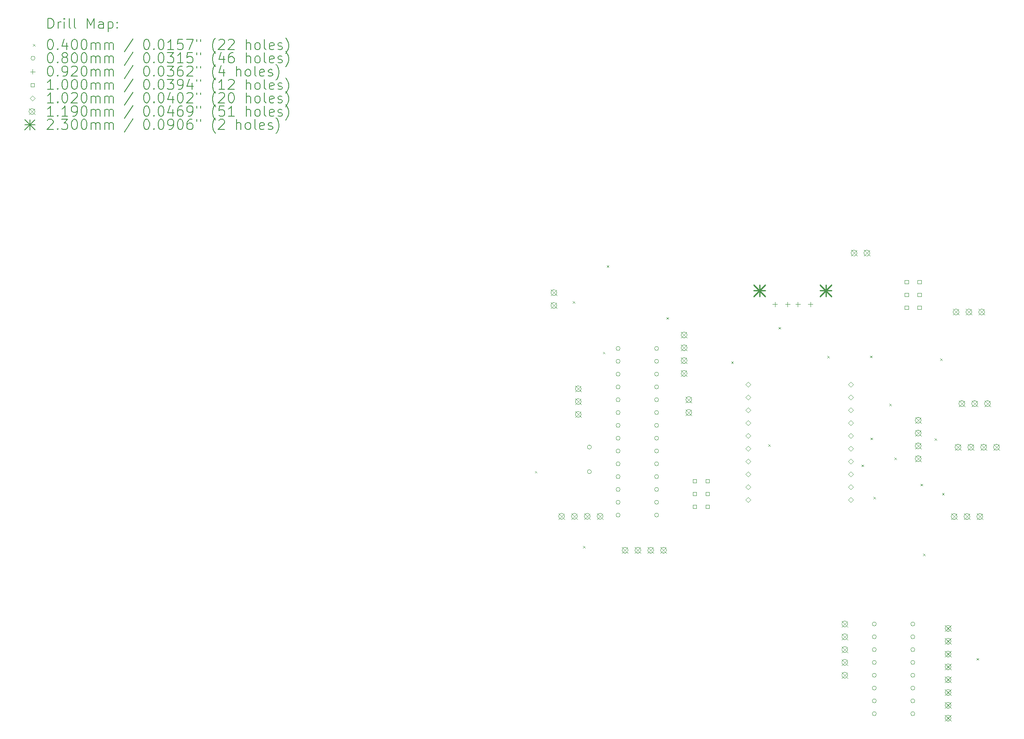
<source format=gbr>
%FSLAX45Y45*%
G04 Gerber Fmt 4.5, Leading zero omitted, Abs format (unit mm)*
G04 Created by KiCad (PCBNEW (6.0.1)) date 2022-03-10 19:24:14*
%MOMM*%
%LPD*%
G01*
G04 APERTURE LIST*
%ADD10C,0.200000*%
%ADD11C,0.040000*%
%ADD12C,0.080000*%
%ADD13C,0.092000*%
%ADD14C,0.100000*%
%ADD15C,0.102000*%
%ADD16C,0.119000*%
%ADD17C,0.230000*%
G04 APERTURE END LIST*
D10*
D11*
X9895151Y-9085900D02*
X9935151Y-9125900D01*
X9935151Y-9085900D02*
X9895151Y-9125900D01*
X10644451Y-5720400D02*
X10684451Y-5760400D01*
X10684451Y-5720400D02*
X10644451Y-5760400D01*
X10847651Y-10571800D02*
X10887651Y-10611800D01*
X10887651Y-10571800D02*
X10847651Y-10611800D01*
X11241351Y-6723700D02*
X11281351Y-6763700D01*
X11281351Y-6723700D02*
X11241351Y-6763700D01*
X11317551Y-5009200D02*
X11357551Y-5049200D01*
X11357551Y-5009200D02*
X11317551Y-5049200D01*
X12498651Y-6037900D02*
X12538651Y-6077900D01*
X12538651Y-6037900D02*
X12498651Y-6077900D01*
X13781351Y-6914200D02*
X13821351Y-6954200D01*
X13821351Y-6914200D02*
X13781351Y-6954200D01*
X14515451Y-8554949D02*
X14555451Y-8594949D01*
X14555451Y-8554949D02*
X14515451Y-8594949D01*
X14718651Y-6230849D02*
X14758651Y-6270849D01*
X14758651Y-6230849D02*
X14718651Y-6270849D01*
X15683851Y-6802349D02*
X15723851Y-6842349D01*
X15723851Y-6802349D02*
X15683851Y-6842349D01*
X16363000Y-8958900D02*
X16403000Y-8998900D01*
X16403000Y-8958900D02*
X16363000Y-8998900D01*
X16528100Y-6799900D02*
X16568100Y-6839900D01*
X16568100Y-6799900D02*
X16528100Y-6839900D01*
X16540800Y-8425500D02*
X16580800Y-8465500D01*
X16580800Y-8425500D02*
X16540800Y-8465500D01*
X16598251Y-9596349D02*
X16638251Y-9636349D01*
X16638251Y-9596349D02*
X16598251Y-9636349D01*
X16909100Y-7752400D02*
X16949100Y-7792400D01*
X16949100Y-7752400D02*
X16909100Y-7792400D01*
X17010700Y-8819200D02*
X17050700Y-8859200D01*
X17050700Y-8819200D02*
X17010700Y-8859200D01*
X17531400Y-9339900D02*
X17571400Y-9379900D01*
X17571400Y-9339900D02*
X17531400Y-9379900D01*
X17582200Y-10724200D02*
X17622200Y-10764200D01*
X17622200Y-10724200D02*
X17582200Y-10764200D01*
X17810800Y-8438200D02*
X17850800Y-8478200D01*
X17850800Y-8438200D02*
X17810800Y-8478200D01*
X17919051Y-6853149D02*
X17959051Y-6893149D01*
X17959051Y-6853149D02*
X17919051Y-6893149D01*
X17957151Y-9520149D02*
X17997151Y-9560149D01*
X17997151Y-9520149D02*
X17957151Y-9560149D01*
X18636300Y-12794300D02*
X18676300Y-12834300D01*
X18676300Y-12794300D02*
X18636300Y-12834300D01*
D12*
X11012800Y-8610600D02*
G75*
G03*
X11012800Y-8610600I-40000J0D01*
G01*
X11012800Y-9098600D02*
G75*
G03*
X11012800Y-9098600I-40000J0D01*
G01*
X11581751Y-6655800D02*
G75*
G03*
X11581751Y-6655800I-40000J0D01*
G01*
X11581751Y-6909800D02*
G75*
G03*
X11581751Y-6909800I-40000J0D01*
G01*
X11581751Y-7163800D02*
G75*
G03*
X11581751Y-7163800I-40000J0D01*
G01*
X11581751Y-7417800D02*
G75*
G03*
X11581751Y-7417800I-40000J0D01*
G01*
X11581751Y-7671800D02*
G75*
G03*
X11581751Y-7671800I-40000J0D01*
G01*
X11581751Y-7925800D02*
G75*
G03*
X11581751Y-7925800I-40000J0D01*
G01*
X11581751Y-8179800D02*
G75*
G03*
X11581751Y-8179800I-40000J0D01*
G01*
X11581751Y-8433800D02*
G75*
G03*
X11581751Y-8433800I-40000J0D01*
G01*
X11581751Y-8687800D02*
G75*
G03*
X11581751Y-8687800I-40000J0D01*
G01*
X11581751Y-8941800D02*
G75*
G03*
X11581751Y-8941800I-40000J0D01*
G01*
X11581751Y-9195800D02*
G75*
G03*
X11581751Y-9195800I-40000J0D01*
G01*
X11581751Y-9449800D02*
G75*
G03*
X11581751Y-9449800I-40000J0D01*
G01*
X11581751Y-9703800D02*
G75*
G03*
X11581751Y-9703800I-40000J0D01*
G01*
X11581751Y-9957800D02*
G75*
G03*
X11581751Y-9957800I-40000J0D01*
G01*
X12343751Y-6655800D02*
G75*
G03*
X12343751Y-6655800I-40000J0D01*
G01*
X12343751Y-6909800D02*
G75*
G03*
X12343751Y-6909800I-40000J0D01*
G01*
X12343751Y-7163800D02*
G75*
G03*
X12343751Y-7163800I-40000J0D01*
G01*
X12343751Y-7417800D02*
G75*
G03*
X12343751Y-7417800I-40000J0D01*
G01*
X12343751Y-7671800D02*
G75*
G03*
X12343751Y-7671800I-40000J0D01*
G01*
X12343751Y-7925800D02*
G75*
G03*
X12343751Y-7925800I-40000J0D01*
G01*
X12343751Y-8179800D02*
G75*
G03*
X12343751Y-8179800I-40000J0D01*
G01*
X12343751Y-8433800D02*
G75*
G03*
X12343751Y-8433800I-40000J0D01*
G01*
X12343751Y-8687800D02*
G75*
G03*
X12343751Y-8687800I-40000J0D01*
G01*
X12343751Y-8941800D02*
G75*
G03*
X12343751Y-8941800I-40000J0D01*
G01*
X12343751Y-9195800D02*
G75*
G03*
X12343751Y-9195800I-40000J0D01*
G01*
X12343751Y-9449800D02*
G75*
G03*
X12343751Y-9449800I-40000J0D01*
G01*
X12343751Y-9703800D02*
G75*
G03*
X12343751Y-9703800I-40000J0D01*
G01*
X12343751Y-9957800D02*
G75*
G03*
X12343751Y-9957800I-40000J0D01*
G01*
X16653200Y-12115800D02*
G75*
G03*
X16653200Y-12115800I-40000J0D01*
G01*
X16653200Y-12369800D02*
G75*
G03*
X16653200Y-12369800I-40000J0D01*
G01*
X16653200Y-12623800D02*
G75*
G03*
X16653200Y-12623800I-40000J0D01*
G01*
X16653200Y-12877800D02*
G75*
G03*
X16653200Y-12877800I-40000J0D01*
G01*
X16653200Y-13131800D02*
G75*
G03*
X16653200Y-13131800I-40000J0D01*
G01*
X16653200Y-13385800D02*
G75*
G03*
X16653200Y-13385800I-40000J0D01*
G01*
X16653200Y-13639800D02*
G75*
G03*
X16653200Y-13639800I-40000J0D01*
G01*
X16653200Y-13893800D02*
G75*
G03*
X16653200Y-13893800I-40000J0D01*
G01*
X17415200Y-12115800D02*
G75*
G03*
X17415200Y-12115800I-40000J0D01*
G01*
X17415200Y-12369800D02*
G75*
G03*
X17415200Y-12369800I-40000J0D01*
G01*
X17415200Y-12623800D02*
G75*
G03*
X17415200Y-12623800I-40000J0D01*
G01*
X17415200Y-12877800D02*
G75*
G03*
X17415200Y-12877800I-40000J0D01*
G01*
X17415200Y-13131800D02*
G75*
G03*
X17415200Y-13131800I-40000J0D01*
G01*
X17415200Y-13385800D02*
G75*
G03*
X17415200Y-13385800I-40000J0D01*
G01*
X17415200Y-13639800D02*
G75*
G03*
X17415200Y-13639800I-40000J0D01*
G01*
X17415200Y-13893800D02*
G75*
G03*
X17415200Y-13893800I-40000J0D01*
G01*
D13*
X14648251Y-5734949D02*
X14648251Y-5826949D01*
X14602251Y-5780949D02*
X14694251Y-5780949D01*
X14898251Y-5734949D02*
X14898251Y-5826949D01*
X14852251Y-5780949D02*
X14944251Y-5780949D01*
X15098251Y-5734949D02*
X15098251Y-5826949D01*
X15052251Y-5780949D02*
X15144251Y-5780949D01*
X15348251Y-5734949D02*
X15348251Y-5826949D01*
X15302251Y-5780949D02*
X15394251Y-5780949D01*
D14*
X13091906Y-9318556D02*
X13091906Y-9247844D01*
X13021194Y-9247844D01*
X13021194Y-9318556D01*
X13091906Y-9318556D01*
X13091906Y-9572556D02*
X13091906Y-9501844D01*
X13021194Y-9501844D01*
X13021194Y-9572556D01*
X13091906Y-9572556D01*
X13091906Y-9826556D02*
X13091906Y-9755844D01*
X13021194Y-9755844D01*
X13021194Y-9826556D01*
X13091906Y-9826556D01*
X13345906Y-9318556D02*
X13345906Y-9247844D01*
X13275194Y-9247844D01*
X13275194Y-9318556D01*
X13345906Y-9318556D01*
X13345906Y-9572556D02*
X13345906Y-9501844D01*
X13275194Y-9501844D01*
X13275194Y-9572556D01*
X13345906Y-9572556D01*
X13345906Y-9826556D02*
X13345906Y-9755844D01*
X13275194Y-9755844D01*
X13275194Y-9826556D01*
X13345906Y-9826556D01*
X17288607Y-5371805D02*
X17288607Y-5301093D01*
X17217895Y-5301093D01*
X17217895Y-5371805D01*
X17288607Y-5371805D01*
X17288607Y-5625805D02*
X17288607Y-5555093D01*
X17217895Y-5555093D01*
X17217895Y-5625805D01*
X17288607Y-5625805D01*
X17288607Y-5879805D02*
X17288607Y-5809093D01*
X17217895Y-5809093D01*
X17217895Y-5879805D01*
X17288607Y-5879805D01*
X17542607Y-5371805D02*
X17542607Y-5301093D01*
X17471895Y-5301093D01*
X17471895Y-5371805D01*
X17542607Y-5371805D01*
X17542607Y-5625805D02*
X17542607Y-5555093D01*
X17471895Y-5555093D01*
X17471895Y-5625805D01*
X17542607Y-5625805D01*
X17542607Y-5879805D02*
X17542607Y-5809093D01*
X17471895Y-5809093D01*
X17471895Y-5879805D01*
X17542607Y-5879805D01*
D15*
X14116351Y-7419449D02*
X14167351Y-7368449D01*
X14116351Y-7317449D01*
X14065351Y-7368449D01*
X14116351Y-7419449D01*
X14116351Y-7673449D02*
X14167351Y-7622449D01*
X14116351Y-7571449D01*
X14065351Y-7622449D01*
X14116351Y-7673449D01*
X14116351Y-7927449D02*
X14167351Y-7876449D01*
X14116351Y-7825449D01*
X14065351Y-7876449D01*
X14116351Y-7927449D01*
X14116351Y-8181449D02*
X14167351Y-8130449D01*
X14116351Y-8079449D01*
X14065351Y-8130449D01*
X14116351Y-8181449D01*
X14116351Y-8435449D02*
X14167351Y-8384449D01*
X14116351Y-8333449D01*
X14065351Y-8384449D01*
X14116351Y-8435449D01*
X14116351Y-8689449D02*
X14167351Y-8638449D01*
X14116351Y-8587449D01*
X14065351Y-8638449D01*
X14116351Y-8689449D01*
X14116351Y-8943449D02*
X14167351Y-8892449D01*
X14116351Y-8841449D01*
X14065351Y-8892449D01*
X14116351Y-8943449D01*
X14116351Y-9197449D02*
X14167351Y-9146449D01*
X14116351Y-9095449D01*
X14065351Y-9146449D01*
X14116351Y-9197449D01*
X14116351Y-9451449D02*
X14167351Y-9400449D01*
X14116351Y-9349449D01*
X14065351Y-9400449D01*
X14116351Y-9451449D01*
X14116351Y-9705449D02*
X14167351Y-9654449D01*
X14116351Y-9603449D01*
X14065351Y-9654449D01*
X14116351Y-9705449D01*
X16148351Y-7419449D02*
X16199351Y-7368449D01*
X16148351Y-7317449D01*
X16097351Y-7368449D01*
X16148351Y-7419449D01*
X16148351Y-7673449D02*
X16199351Y-7622449D01*
X16148351Y-7571449D01*
X16097351Y-7622449D01*
X16148351Y-7673449D01*
X16148351Y-7927449D02*
X16199351Y-7876449D01*
X16148351Y-7825449D01*
X16097351Y-7876449D01*
X16148351Y-7927449D01*
X16148351Y-8181449D02*
X16199351Y-8130449D01*
X16148351Y-8079449D01*
X16097351Y-8130449D01*
X16148351Y-8181449D01*
X16148351Y-8435449D02*
X16199351Y-8384449D01*
X16148351Y-8333449D01*
X16097351Y-8384449D01*
X16148351Y-8435449D01*
X16148351Y-8689449D02*
X16199351Y-8638449D01*
X16148351Y-8587449D01*
X16097351Y-8638449D01*
X16148351Y-8689449D01*
X16148351Y-8943449D02*
X16199351Y-8892449D01*
X16148351Y-8841449D01*
X16097351Y-8892449D01*
X16148351Y-8943449D01*
X16148351Y-9197449D02*
X16199351Y-9146449D01*
X16148351Y-9095449D01*
X16097351Y-9146449D01*
X16148351Y-9197449D01*
X16148351Y-9451449D02*
X16199351Y-9400449D01*
X16148351Y-9349449D01*
X16097351Y-9400449D01*
X16148351Y-9451449D01*
X16148351Y-9705449D02*
X16199351Y-9654449D01*
X16148351Y-9603449D01*
X16097351Y-9654449D01*
X16148351Y-9705449D01*
D16*
X10211251Y-5490400D02*
X10330251Y-5609400D01*
X10330251Y-5490400D02*
X10211251Y-5609400D01*
X10330251Y-5549900D02*
G75*
G03*
X10330251Y-5549900I-59500J0D01*
G01*
X10211251Y-5744400D02*
X10330251Y-5863400D01*
X10330251Y-5744400D02*
X10211251Y-5863400D01*
X10330251Y-5803900D02*
G75*
G03*
X10330251Y-5803900I-59500J0D01*
G01*
X10363651Y-9922700D02*
X10482651Y-10041700D01*
X10482651Y-9922700D02*
X10363651Y-10041700D01*
X10482651Y-9982200D02*
G75*
G03*
X10482651Y-9982200I-59500J0D01*
G01*
X10617651Y-9922700D02*
X10736651Y-10041700D01*
X10736651Y-9922700D02*
X10617651Y-10041700D01*
X10736651Y-9982200D02*
G75*
G03*
X10736651Y-9982200I-59500J0D01*
G01*
X10693851Y-7395400D02*
X10812851Y-7514400D01*
X10812851Y-7395400D02*
X10693851Y-7514400D01*
X10812851Y-7454900D02*
G75*
G03*
X10812851Y-7454900I-59500J0D01*
G01*
X10693851Y-7649400D02*
X10812851Y-7768400D01*
X10812851Y-7649400D02*
X10693851Y-7768400D01*
X10812851Y-7708900D02*
G75*
G03*
X10812851Y-7708900I-59500J0D01*
G01*
X10693851Y-7903400D02*
X10812851Y-8022400D01*
X10812851Y-7903400D02*
X10693851Y-8022400D01*
X10812851Y-7962900D02*
G75*
G03*
X10812851Y-7962900I-59500J0D01*
G01*
X10871651Y-9922700D02*
X10990651Y-10041700D01*
X10990651Y-9922700D02*
X10871651Y-10041700D01*
X10990651Y-9982200D02*
G75*
G03*
X10990651Y-9982200I-59500J0D01*
G01*
X11125651Y-9922700D02*
X11244651Y-10041700D01*
X11244651Y-9922700D02*
X11125651Y-10041700D01*
X11244651Y-9982200D02*
G75*
G03*
X11244651Y-9982200I-59500J0D01*
G01*
X11620951Y-10595800D02*
X11739951Y-10714800D01*
X11739951Y-10595800D02*
X11620951Y-10714800D01*
X11739951Y-10655300D02*
G75*
G03*
X11739951Y-10655300I-59500J0D01*
G01*
X11874951Y-10595800D02*
X11993951Y-10714800D01*
X11993951Y-10595800D02*
X11874951Y-10714800D01*
X11993951Y-10655300D02*
G75*
G03*
X11993951Y-10655300I-59500J0D01*
G01*
X12128951Y-10595800D02*
X12247951Y-10714800D01*
X12247951Y-10595800D02*
X12128951Y-10714800D01*
X12247951Y-10655300D02*
G75*
G03*
X12247951Y-10655300I-59500J0D01*
G01*
X12382951Y-10595800D02*
X12501951Y-10714800D01*
X12501951Y-10595800D02*
X12382951Y-10714800D01*
X12501951Y-10655300D02*
G75*
G03*
X12501951Y-10655300I-59500J0D01*
G01*
X12789351Y-6328600D02*
X12908351Y-6447600D01*
X12908351Y-6328600D02*
X12789351Y-6447600D01*
X12908351Y-6388100D02*
G75*
G03*
X12908351Y-6388100I-59500J0D01*
G01*
X12789351Y-6582600D02*
X12908351Y-6701600D01*
X12908351Y-6582600D02*
X12789351Y-6701600D01*
X12908351Y-6642100D02*
G75*
G03*
X12908351Y-6642100I-59500J0D01*
G01*
X12789351Y-6836600D02*
X12908351Y-6955600D01*
X12908351Y-6836600D02*
X12789351Y-6955600D01*
X12908351Y-6896100D02*
G75*
G03*
X12908351Y-6896100I-59500J0D01*
G01*
X12789351Y-7090600D02*
X12908351Y-7209600D01*
X12908351Y-7090600D02*
X12789351Y-7209600D01*
X12908351Y-7150100D02*
G75*
G03*
X12908351Y-7150100I-59500J0D01*
G01*
X12881800Y-7611300D02*
X13000800Y-7730300D01*
X13000800Y-7611300D02*
X12881800Y-7730300D01*
X13000800Y-7670800D02*
G75*
G03*
X13000800Y-7670800I-59500J0D01*
G01*
X12881800Y-7865300D02*
X13000800Y-7984300D01*
X13000800Y-7865300D02*
X12881800Y-7984300D01*
X13000800Y-7924800D02*
G75*
G03*
X13000800Y-7924800I-59500J0D01*
G01*
X15969500Y-12056300D02*
X16088500Y-12175300D01*
X16088500Y-12056300D02*
X15969500Y-12175300D01*
X16088500Y-12115800D02*
G75*
G03*
X16088500Y-12115800I-59500J0D01*
G01*
X15969500Y-12310300D02*
X16088500Y-12429300D01*
X16088500Y-12310300D02*
X15969500Y-12429300D01*
X16088500Y-12369800D02*
G75*
G03*
X16088500Y-12369800I-59500J0D01*
G01*
X15969500Y-12564300D02*
X16088500Y-12683300D01*
X16088500Y-12564300D02*
X15969500Y-12683300D01*
X16088500Y-12623800D02*
G75*
G03*
X16088500Y-12623800I-59500J0D01*
G01*
X15969500Y-12818300D02*
X16088500Y-12937300D01*
X16088500Y-12818300D02*
X15969500Y-12937300D01*
X16088500Y-12877800D02*
G75*
G03*
X16088500Y-12877800I-59500J0D01*
G01*
X15969500Y-13072300D02*
X16088500Y-13191300D01*
X16088500Y-13072300D02*
X15969500Y-13191300D01*
X16088500Y-13131800D02*
G75*
G03*
X16088500Y-13131800I-59500J0D01*
G01*
X16152351Y-4705449D02*
X16271351Y-4824449D01*
X16271351Y-4705449D02*
X16152351Y-4824449D01*
X16271351Y-4764949D02*
G75*
G03*
X16271351Y-4764949I-59500J0D01*
G01*
X16406351Y-4705449D02*
X16525351Y-4824449D01*
X16525351Y-4705449D02*
X16406351Y-4824449D01*
X16525351Y-4764949D02*
G75*
G03*
X16525351Y-4764949I-59500J0D01*
G01*
X17422351Y-8020149D02*
X17541351Y-8139149D01*
X17541351Y-8020149D02*
X17422351Y-8139149D01*
X17541351Y-8079649D02*
G75*
G03*
X17541351Y-8079649I-59500J0D01*
G01*
X17422351Y-8274149D02*
X17541351Y-8393149D01*
X17541351Y-8274149D02*
X17422351Y-8393149D01*
X17541351Y-8333649D02*
G75*
G03*
X17541351Y-8333649I-59500J0D01*
G01*
X17422351Y-8528149D02*
X17541351Y-8647149D01*
X17541351Y-8528149D02*
X17422351Y-8647149D01*
X17541351Y-8587649D02*
G75*
G03*
X17541351Y-8587649I-59500J0D01*
G01*
X17422351Y-8782149D02*
X17541351Y-8901149D01*
X17541351Y-8782149D02*
X17422351Y-8901149D01*
X17541351Y-8841649D02*
G75*
G03*
X17541351Y-8841649I-59500J0D01*
G01*
X18014200Y-12145200D02*
X18133200Y-12264200D01*
X18133200Y-12145200D02*
X18014200Y-12264200D01*
X18133200Y-12204700D02*
G75*
G03*
X18133200Y-12204700I-59500J0D01*
G01*
X18014200Y-12399200D02*
X18133200Y-12518200D01*
X18133200Y-12399200D02*
X18014200Y-12518200D01*
X18133200Y-12458700D02*
G75*
G03*
X18133200Y-12458700I-59500J0D01*
G01*
X18014200Y-12653200D02*
X18133200Y-12772200D01*
X18133200Y-12653200D02*
X18014200Y-12772200D01*
X18133200Y-12712700D02*
G75*
G03*
X18133200Y-12712700I-59500J0D01*
G01*
X18014200Y-12907200D02*
X18133200Y-13026200D01*
X18133200Y-12907200D02*
X18014200Y-13026200D01*
X18133200Y-12966700D02*
G75*
G03*
X18133200Y-12966700I-59500J0D01*
G01*
X18014200Y-13161200D02*
X18133200Y-13280200D01*
X18133200Y-13161200D02*
X18014200Y-13280200D01*
X18133200Y-13220700D02*
G75*
G03*
X18133200Y-13220700I-59500J0D01*
G01*
X18014200Y-13415200D02*
X18133200Y-13534200D01*
X18133200Y-13415200D02*
X18014200Y-13534200D01*
X18133200Y-13474700D02*
G75*
G03*
X18133200Y-13474700I-59500J0D01*
G01*
X18014200Y-13669200D02*
X18133200Y-13788200D01*
X18133200Y-13669200D02*
X18014200Y-13788200D01*
X18133200Y-13728700D02*
G75*
G03*
X18133200Y-13728700I-59500J0D01*
G01*
X18014200Y-13923200D02*
X18133200Y-14042200D01*
X18133200Y-13923200D02*
X18014200Y-14042200D01*
X18133200Y-13982700D02*
G75*
G03*
X18133200Y-13982700I-59500J0D01*
G01*
X18133551Y-9927649D02*
X18252551Y-10046649D01*
X18252551Y-9927649D02*
X18133551Y-10046649D01*
X18252551Y-9987149D02*
G75*
G03*
X18252551Y-9987149I-59500J0D01*
G01*
X18171651Y-5873849D02*
X18290651Y-5992849D01*
X18290651Y-5873849D02*
X18171651Y-5992849D01*
X18290651Y-5933349D02*
G75*
G03*
X18290651Y-5933349I-59500J0D01*
G01*
X18209751Y-8553549D02*
X18328751Y-8672549D01*
X18328751Y-8553549D02*
X18209751Y-8672549D01*
X18328751Y-8613049D02*
G75*
G03*
X18328751Y-8613049I-59500J0D01*
G01*
X18285951Y-7689949D02*
X18404951Y-7808949D01*
X18404951Y-7689949D02*
X18285951Y-7808949D01*
X18404951Y-7749449D02*
G75*
G03*
X18404951Y-7749449I-59500J0D01*
G01*
X18387551Y-9927649D02*
X18506551Y-10046649D01*
X18506551Y-9927649D02*
X18387551Y-10046649D01*
X18506551Y-9987149D02*
G75*
G03*
X18506551Y-9987149I-59500J0D01*
G01*
X18425651Y-5873849D02*
X18544651Y-5992849D01*
X18544651Y-5873849D02*
X18425651Y-5992849D01*
X18544651Y-5933349D02*
G75*
G03*
X18544651Y-5933349I-59500J0D01*
G01*
X18463751Y-8553549D02*
X18582751Y-8672549D01*
X18582751Y-8553549D02*
X18463751Y-8672549D01*
X18582751Y-8613049D02*
G75*
G03*
X18582751Y-8613049I-59500J0D01*
G01*
X18539951Y-7689949D02*
X18658951Y-7808949D01*
X18658951Y-7689949D02*
X18539951Y-7808949D01*
X18658951Y-7749449D02*
G75*
G03*
X18658951Y-7749449I-59500J0D01*
G01*
X18641551Y-9927649D02*
X18760551Y-10046649D01*
X18760551Y-9927649D02*
X18641551Y-10046649D01*
X18760551Y-9987149D02*
G75*
G03*
X18760551Y-9987149I-59500J0D01*
G01*
X18679651Y-5873849D02*
X18798651Y-5992849D01*
X18798651Y-5873849D02*
X18679651Y-5992849D01*
X18798651Y-5933349D02*
G75*
G03*
X18798651Y-5933349I-59500J0D01*
G01*
X18717751Y-8553549D02*
X18836751Y-8672549D01*
X18836751Y-8553549D02*
X18717751Y-8672549D01*
X18836751Y-8613049D02*
G75*
G03*
X18836751Y-8613049I-59500J0D01*
G01*
X18793951Y-7689949D02*
X18912951Y-7808949D01*
X18912951Y-7689949D02*
X18793951Y-7808949D01*
X18912951Y-7749449D02*
G75*
G03*
X18912951Y-7749449I-59500J0D01*
G01*
X18971751Y-8553549D02*
X19090751Y-8672549D01*
X19090751Y-8553549D02*
X18971751Y-8672549D01*
X19090751Y-8613049D02*
G75*
G03*
X19090751Y-8613049I-59500J0D01*
G01*
D17*
X14226251Y-5394949D02*
X14456251Y-5624949D01*
X14456251Y-5394949D02*
X14226251Y-5624949D01*
X14341251Y-5394949D02*
X14341251Y-5624949D01*
X14226251Y-5509949D02*
X14456251Y-5509949D01*
X15540251Y-5394949D02*
X15770251Y-5624949D01*
X15770251Y-5394949D02*
X15540251Y-5624949D01*
X15655251Y-5394949D02*
X15655251Y-5624949D01*
X15540251Y-5509949D02*
X15770251Y-5509949D01*
D10*
X257619Y-310476D02*
X257619Y-110476D01*
X305238Y-110476D01*
X333810Y-120000D01*
X352857Y-139048D01*
X362381Y-158095D01*
X371905Y-196190D01*
X371905Y-224762D01*
X362381Y-262857D01*
X352857Y-281905D01*
X333810Y-300952D01*
X305238Y-310476D01*
X257619Y-310476D01*
X457619Y-310476D02*
X457619Y-177143D01*
X457619Y-215238D02*
X467143Y-196190D01*
X476667Y-186667D01*
X495714Y-177143D01*
X514762Y-177143D01*
X581429Y-310476D02*
X581429Y-177143D01*
X581429Y-110476D02*
X571905Y-120000D01*
X581429Y-129524D01*
X590952Y-120000D01*
X581429Y-110476D01*
X581429Y-129524D01*
X705238Y-310476D02*
X686190Y-300952D01*
X676667Y-281905D01*
X676667Y-110476D01*
X810000Y-310476D02*
X790952Y-300952D01*
X781428Y-281905D01*
X781428Y-110476D01*
X1038571Y-310476D02*
X1038571Y-110476D01*
X1105238Y-253333D01*
X1171905Y-110476D01*
X1171905Y-310476D01*
X1352857Y-310476D02*
X1352857Y-205714D01*
X1343333Y-186667D01*
X1324286Y-177143D01*
X1286190Y-177143D01*
X1267143Y-186667D01*
X1352857Y-300952D02*
X1333810Y-310476D01*
X1286190Y-310476D01*
X1267143Y-300952D01*
X1257619Y-281905D01*
X1257619Y-262857D01*
X1267143Y-243809D01*
X1286190Y-234286D01*
X1333810Y-234286D01*
X1352857Y-224762D01*
X1448095Y-177143D02*
X1448095Y-377143D01*
X1448095Y-186667D02*
X1467143Y-177143D01*
X1505238Y-177143D01*
X1524286Y-186667D01*
X1533809Y-196190D01*
X1543333Y-215238D01*
X1543333Y-272381D01*
X1533809Y-291429D01*
X1524286Y-300952D01*
X1505238Y-310476D01*
X1467143Y-310476D01*
X1448095Y-300952D01*
X1629048Y-291429D02*
X1638571Y-300952D01*
X1629048Y-310476D01*
X1619524Y-300952D01*
X1629048Y-291429D01*
X1629048Y-310476D01*
X1629048Y-186667D02*
X1638571Y-196190D01*
X1629048Y-205714D01*
X1619524Y-196190D01*
X1629048Y-186667D01*
X1629048Y-205714D01*
D11*
X-40000Y-620000D02*
X0Y-660000D01*
X0Y-620000D02*
X-40000Y-660000D01*
D10*
X295714Y-530476D02*
X314762Y-530476D01*
X333810Y-540000D01*
X343333Y-549524D01*
X352857Y-568571D01*
X362381Y-606667D01*
X362381Y-654286D01*
X352857Y-692381D01*
X343333Y-711428D01*
X333810Y-720952D01*
X314762Y-730476D01*
X295714Y-730476D01*
X276667Y-720952D01*
X267143Y-711428D01*
X257619Y-692381D01*
X248095Y-654286D01*
X248095Y-606667D01*
X257619Y-568571D01*
X267143Y-549524D01*
X276667Y-540000D01*
X295714Y-530476D01*
X448095Y-711428D02*
X457619Y-720952D01*
X448095Y-730476D01*
X438571Y-720952D01*
X448095Y-711428D01*
X448095Y-730476D01*
X629048Y-597143D02*
X629048Y-730476D01*
X581429Y-520952D02*
X533810Y-663810D01*
X657619Y-663810D01*
X771905Y-530476D02*
X790952Y-530476D01*
X810000Y-540000D01*
X819524Y-549524D01*
X829048Y-568571D01*
X838571Y-606667D01*
X838571Y-654286D01*
X829048Y-692381D01*
X819524Y-711428D01*
X810000Y-720952D01*
X790952Y-730476D01*
X771905Y-730476D01*
X752857Y-720952D01*
X743333Y-711428D01*
X733809Y-692381D01*
X724286Y-654286D01*
X724286Y-606667D01*
X733809Y-568571D01*
X743333Y-549524D01*
X752857Y-540000D01*
X771905Y-530476D01*
X962381Y-530476D02*
X981428Y-530476D01*
X1000476Y-540000D01*
X1010000Y-549524D01*
X1019524Y-568571D01*
X1029048Y-606667D01*
X1029048Y-654286D01*
X1019524Y-692381D01*
X1010000Y-711428D01*
X1000476Y-720952D01*
X981428Y-730476D01*
X962381Y-730476D01*
X943333Y-720952D01*
X933809Y-711428D01*
X924286Y-692381D01*
X914762Y-654286D01*
X914762Y-606667D01*
X924286Y-568571D01*
X933809Y-549524D01*
X943333Y-540000D01*
X962381Y-530476D01*
X1114762Y-730476D02*
X1114762Y-597143D01*
X1114762Y-616190D02*
X1124286Y-606667D01*
X1143333Y-597143D01*
X1171905Y-597143D01*
X1190952Y-606667D01*
X1200476Y-625714D01*
X1200476Y-730476D01*
X1200476Y-625714D02*
X1210000Y-606667D01*
X1229048Y-597143D01*
X1257619Y-597143D01*
X1276667Y-606667D01*
X1286190Y-625714D01*
X1286190Y-730476D01*
X1381429Y-730476D02*
X1381429Y-597143D01*
X1381429Y-616190D02*
X1390952Y-606667D01*
X1410000Y-597143D01*
X1438571Y-597143D01*
X1457619Y-606667D01*
X1467143Y-625714D01*
X1467143Y-730476D01*
X1467143Y-625714D02*
X1476667Y-606667D01*
X1495714Y-597143D01*
X1524286Y-597143D01*
X1543333Y-606667D01*
X1552857Y-625714D01*
X1552857Y-730476D01*
X1943333Y-520952D02*
X1771905Y-778095D01*
X2200476Y-530476D02*
X2219524Y-530476D01*
X2238571Y-540000D01*
X2248095Y-549524D01*
X2257619Y-568571D01*
X2267143Y-606667D01*
X2267143Y-654286D01*
X2257619Y-692381D01*
X2248095Y-711428D01*
X2238571Y-720952D01*
X2219524Y-730476D01*
X2200476Y-730476D01*
X2181429Y-720952D01*
X2171905Y-711428D01*
X2162381Y-692381D01*
X2152857Y-654286D01*
X2152857Y-606667D01*
X2162381Y-568571D01*
X2171905Y-549524D01*
X2181429Y-540000D01*
X2200476Y-530476D01*
X2352857Y-711428D02*
X2362381Y-720952D01*
X2352857Y-730476D01*
X2343333Y-720952D01*
X2352857Y-711428D01*
X2352857Y-730476D01*
X2486190Y-530476D02*
X2505238Y-530476D01*
X2524286Y-540000D01*
X2533810Y-549524D01*
X2543333Y-568571D01*
X2552857Y-606667D01*
X2552857Y-654286D01*
X2543333Y-692381D01*
X2533810Y-711428D01*
X2524286Y-720952D01*
X2505238Y-730476D01*
X2486190Y-730476D01*
X2467143Y-720952D01*
X2457619Y-711428D01*
X2448095Y-692381D01*
X2438571Y-654286D01*
X2438571Y-606667D01*
X2448095Y-568571D01*
X2457619Y-549524D01*
X2467143Y-540000D01*
X2486190Y-530476D01*
X2743333Y-730476D02*
X2629048Y-730476D01*
X2686190Y-730476D02*
X2686190Y-530476D01*
X2667143Y-559048D01*
X2648095Y-578095D01*
X2629048Y-587619D01*
X2924286Y-530476D02*
X2829048Y-530476D01*
X2819524Y-625714D01*
X2829048Y-616190D01*
X2848095Y-606667D01*
X2895714Y-606667D01*
X2914762Y-616190D01*
X2924286Y-625714D01*
X2933809Y-644762D01*
X2933809Y-692381D01*
X2924286Y-711428D01*
X2914762Y-720952D01*
X2895714Y-730476D01*
X2848095Y-730476D01*
X2829048Y-720952D01*
X2819524Y-711428D01*
X3000476Y-530476D02*
X3133809Y-530476D01*
X3048095Y-730476D01*
X3200476Y-530476D02*
X3200476Y-568571D01*
X3276667Y-530476D02*
X3276667Y-568571D01*
X3571905Y-806667D02*
X3562381Y-797143D01*
X3543333Y-768571D01*
X3533809Y-749524D01*
X3524286Y-720952D01*
X3514762Y-673333D01*
X3514762Y-635238D01*
X3524286Y-587619D01*
X3533809Y-559048D01*
X3543333Y-540000D01*
X3562381Y-511428D01*
X3571905Y-501905D01*
X3638571Y-549524D02*
X3648095Y-540000D01*
X3667143Y-530476D01*
X3714762Y-530476D01*
X3733809Y-540000D01*
X3743333Y-549524D01*
X3752857Y-568571D01*
X3752857Y-587619D01*
X3743333Y-616190D01*
X3629048Y-730476D01*
X3752857Y-730476D01*
X3829048Y-549524D02*
X3838571Y-540000D01*
X3857619Y-530476D01*
X3905238Y-530476D01*
X3924286Y-540000D01*
X3933809Y-549524D01*
X3943333Y-568571D01*
X3943333Y-587619D01*
X3933809Y-616190D01*
X3819524Y-730476D01*
X3943333Y-730476D01*
X4181428Y-730476D02*
X4181428Y-530476D01*
X4267143Y-730476D02*
X4267143Y-625714D01*
X4257619Y-606667D01*
X4238571Y-597143D01*
X4210000Y-597143D01*
X4190952Y-606667D01*
X4181428Y-616190D01*
X4390952Y-730476D02*
X4371905Y-720952D01*
X4362381Y-711428D01*
X4352857Y-692381D01*
X4352857Y-635238D01*
X4362381Y-616190D01*
X4371905Y-606667D01*
X4390952Y-597143D01*
X4419524Y-597143D01*
X4438571Y-606667D01*
X4448095Y-616190D01*
X4457619Y-635238D01*
X4457619Y-692381D01*
X4448095Y-711428D01*
X4438571Y-720952D01*
X4419524Y-730476D01*
X4390952Y-730476D01*
X4571905Y-730476D02*
X4552857Y-720952D01*
X4543333Y-701905D01*
X4543333Y-530476D01*
X4724286Y-720952D02*
X4705238Y-730476D01*
X4667143Y-730476D01*
X4648095Y-720952D01*
X4638571Y-701905D01*
X4638571Y-625714D01*
X4648095Y-606667D01*
X4667143Y-597143D01*
X4705238Y-597143D01*
X4724286Y-606667D01*
X4733810Y-625714D01*
X4733810Y-644762D01*
X4638571Y-663810D01*
X4810000Y-720952D02*
X4829048Y-730476D01*
X4867143Y-730476D01*
X4886190Y-720952D01*
X4895714Y-701905D01*
X4895714Y-692381D01*
X4886190Y-673333D01*
X4867143Y-663810D01*
X4838571Y-663810D01*
X4819524Y-654286D01*
X4810000Y-635238D01*
X4810000Y-625714D01*
X4819524Y-606667D01*
X4838571Y-597143D01*
X4867143Y-597143D01*
X4886190Y-606667D01*
X4962381Y-806667D02*
X4971905Y-797143D01*
X4990952Y-768571D01*
X5000476Y-749524D01*
X5010000Y-720952D01*
X5019524Y-673333D01*
X5019524Y-635238D01*
X5010000Y-587619D01*
X5000476Y-559048D01*
X4990952Y-540000D01*
X4971905Y-511428D01*
X4962381Y-501905D01*
D12*
X0Y-904000D02*
G75*
G03*
X0Y-904000I-40000J0D01*
G01*
D10*
X295714Y-794476D02*
X314762Y-794476D01*
X333810Y-804000D01*
X343333Y-813524D01*
X352857Y-832571D01*
X362381Y-870667D01*
X362381Y-918286D01*
X352857Y-956381D01*
X343333Y-975428D01*
X333810Y-984952D01*
X314762Y-994476D01*
X295714Y-994476D01*
X276667Y-984952D01*
X267143Y-975428D01*
X257619Y-956381D01*
X248095Y-918286D01*
X248095Y-870667D01*
X257619Y-832571D01*
X267143Y-813524D01*
X276667Y-804000D01*
X295714Y-794476D01*
X448095Y-975428D02*
X457619Y-984952D01*
X448095Y-994476D01*
X438571Y-984952D01*
X448095Y-975428D01*
X448095Y-994476D01*
X571905Y-880190D02*
X552857Y-870667D01*
X543333Y-861143D01*
X533810Y-842095D01*
X533810Y-832571D01*
X543333Y-813524D01*
X552857Y-804000D01*
X571905Y-794476D01*
X610000Y-794476D01*
X629048Y-804000D01*
X638571Y-813524D01*
X648095Y-832571D01*
X648095Y-842095D01*
X638571Y-861143D01*
X629048Y-870667D01*
X610000Y-880190D01*
X571905Y-880190D01*
X552857Y-889714D01*
X543333Y-899238D01*
X533810Y-918286D01*
X533810Y-956381D01*
X543333Y-975428D01*
X552857Y-984952D01*
X571905Y-994476D01*
X610000Y-994476D01*
X629048Y-984952D01*
X638571Y-975428D01*
X648095Y-956381D01*
X648095Y-918286D01*
X638571Y-899238D01*
X629048Y-889714D01*
X610000Y-880190D01*
X771905Y-794476D02*
X790952Y-794476D01*
X810000Y-804000D01*
X819524Y-813524D01*
X829048Y-832571D01*
X838571Y-870667D01*
X838571Y-918286D01*
X829048Y-956381D01*
X819524Y-975428D01*
X810000Y-984952D01*
X790952Y-994476D01*
X771905Y-994476D01*
X752857Y-984952D01*
X743333Y-975428D01*
X733809Y-956381D01*
X724286Y-918286D01*
X724286Y-870667D01*
X733809Y-832571D01*
X743333Y-813524D01*
X752857Y-804000D01*
X771905Y-794476D01*
X962381Y-794476D02*
X981428Y-794476D01*
X1000476Y-804000D01*
X1010000Y-813524D01*
X1019524Y-832571D01*
X1029048Y-870667D01*
X1029048Y-918286D01*
X1019524Y-956381D01*
X1010000Y-975428D01*
X1000476Y-984952D01*
X981428Y-994476D01*
X962381Y-994476D01*
X943333Y-984952D01*
X933809Y-975428D01*
X924286Y-956381D01*
X914762Y-918286D01*
X914762Y-870667D01*
X924286Y-832571D01*
X933809Y-813524D01*
X943333Y-804000D01*
X962381Y-794476D01*
X1114762Y-994476D02*
X1114762Y-861143D01*
X1114762Y-880190D02*
X1124286Y-870667D01*
X1143333Y-861143D01*
X1171905Y-861143D01*
X1190952Y-870667D01*
X1200476Y-889714D01*
X1200476Y-994476D01*
X1200476Y-889714D02*
X1210000Y-870667D01*
X1229048Y-861143D01*
X1257619Y-861143D01*
X1276667Y-870667D01*
X1286190Y-889714D01*
X1286190Y-994476D01*
X1381429Y-994476D02*
X1381429Y-861143D01*
X1381429Y-880190D02*
X1390952Y-870667D01*
X1410000Y-861143D01*
X1438571Y-861143D01*
X1457619Y-870667D01*
X1467143Y-889714D01*
X1467143Y-994476D01*
X1467143Y-889714D02*
X1476667Y-870667D01*
X1495714Y-861143D01*
X1524286Y-861143D01*
X1543333Y-870667D01*
X1552857Y-889714D01*
X1552857Y-994476D01*
X1943333Y-784952D02*
X1771905Y-1042095D01*
X2200476Y-794476D02*
X2219524Y-794476D01*
X2238571Y-804000D01*
X2248095Y-813524D01*
X2257619Y-832571D01*
X2267143Y-870667D01*
X2267143Y-918286D01*
X2257619Y-956381D01*
X2248095Y-975428D01*
X2238571Y-984952D01*
X2219524Y-994476D01*
X2200476Y-994476D01*
X2181429Y-984952D01*
X2171905Y-975428D01*
X2162381Y-956381D01*
X2152857Y-918286D01*
X2152857Y-870667D01*
X2162381Y-832571D01*
X2171905Y-813524D01*
X2181429Y-804000D01*
X2200476Y-794476D01*
X2352857Y-975428D02*
X2362381Y-984952D01*
X2352857Y-994476D01*
X2343333Y-984952D01*
X2352857Y-975428D01*
X2352857Y-994476D01*
X2486190Y-794476D02*
X2505238Y-794476D01*
X2524286Y-804000D01*
X2533810Y-813524D01*
X2543333Y-832571D01*
X2552857Y-870667D01*
X2552857Y-918286D01*
X2543333Y-956381D01*
X2533810Y-975428D01*
X2524286Y-984952D01*
X2505238Y-994476D01*
X2486190Y-994476D01*
X2467143Y-984952D01*
X2457619Y-975428D01*
X2448095Y-956381D01*
X2438571Y-918286D01*
X2438571Y-870667D01*
X2448095Y-832571D01*
X2457619Y-813524D01*
X2467143Y-804000D01*
X2486190Y-794476D01*
X2619524Y-794476D02*
X2743333Y-794476D01*
X2676667Y-870667D01*
X2705238Y-870667D01*
X2724286Y-880190D01*
X2733810Y-889714D01*
X2743333Y-908762D01*
X2743333Y-956381D01*
X2733810Y-975428D01*
X2724286Y-984952D01*
X2705238Y-994476D01*
X2648095Y-994476D01*
X2629048Y-984952D01*
X2619524Y-975428D01*
X2933809Y-994476D02*
X2819524Y-994476D01*
X2876667Y-994476D02*
X2876667Y-794476D01*
X2857619Y-823048D01*
X2838571Y-842095D01*
X2819524Y-851619D01*
X3114762Y-794476D02*
X3019524Y-794476D01*
X3010000Y-889714D01*
X3019524Y-880190D01*
X3038571Y-870667D01*
X3086190Y-870667D01*
X3105238Y-880190D01*
X3114762Y-889714D01*
X3124286Y-908762D01*
X3124286Y-956381D01*
X3114762Y-975428D01*
X3105238Y-984952D01*
X3086190Y-994476D01*
X3038571Y-994476D01*
X3019524Y-984952D01*
X3010000Y-975428D01*
X3200476Y-794476D02*
X3200476Y-832571D01*
X3276667Y-794476D02*
X3276667Y-832571D01*
X3571905Y-1070667D02*
X3562381Y-1061143D01*
X3543333Y-1032571D01*
X3533809Y-1013524D01*
X3524286Y-984952D01*
X3514762Y-937333D01*
X3514762Y-899238D01*
X3524286Y-851619D01*
X3533809Y-823048D01*
X3543333Y-804000D01*
X3562381Y-775428D01*
X3571905Y-765905D01*
X3733809Y-861143D02*
X3733809Y-994476D01*
X3686190Y-784952D02*
X3638571Y-927809D01*
X3762381Y-927809D01*
X3924286Y-794476D02*
X3886190Y-794476D01*
X3867143Y-804000D01*
X3857619Y-813524D01*
X3838571Y-842095D01*
X3829048Y-880190D01*
X3829048Y-956381D01*
X3838571Y-975428D01*
X3848095Y-984952D01*
X3867143Y-994476D01*
X3905238Y-994476D01*
X3924286Y-984952D01*
X3933809Y-975428D01*
X3943333Y-956381D01*
X3943333Y-908762D01*
X3933809Y-889714D01*
X3924286Y-880190D01*
X3905238Y-870667D01*
X3867143Y-870667D01*
X3848095Y-880190D01*
X3838571Y-889714D01*
X3829048Y-908762D01*
X4181428Y-994476D02*
X4181428Y-794476D01*
X4267143Y-994476D02*
X4267143Y-889714D01*
X4257619Y-870667D01*
X4238571Y-861143D01*
X4210000Y-861143D01*
X4190952Y-870667D01*
X4181428Y-880190D01*
X4390952Y-994476D02*
X4371905Y-984952D01*
X4362381Y-975428D01*
X4352857Y-956381D01*
X4352857Y-899238D01*
X4362381Y-880190D01*
X4371905Y-870667D01*
X4390952Y-861143D01*
X4419524Y-861143D01*
X4438571Y-870667D01*
X4448095Y-880190D01*
X4457619Y-899238D01*
X4457619Y-956381D01*
X4448095Y-975428D01*
X4438571Y-984952D01*
X4419524Y-994476D01*
X4390952Y-994476D01*
X4571905Y-994476D02*
X4552857Y-984952D01*
X4543333Y-965905D01*
X4543333Y-794476D01*
X4724286Y-984952D02*
X4705238Y-994476D01*
X4667143Y-994476D01*
X4648095Y-984952D01*
X4638571Y-965905D01*
X4638571Y-889714D01*
X4648095Y-870667D01*
X4667143Y-861143D01*
X4705238Y-861143D01*
X4724286Y-870667D01*
X4733810Y-889714D01*
X4733810Y-908762D01*
X4638571Y-927809D01*
X4810000Y-984952D02*
X4829048Y-994476D01*
X4867143Y-994476D01*
X4886190Y-984952D01*
X4895714Y-965905D01*
X4895714Y-956381D01*
X4886190Y-937333D01*
X4867143Y-927809D01*
X4838571Y-927809D01*
X4819524Y-918286D01*
X4810000Y-899238D01*
X4810000Y-889714D01*
X4819524Y-870667D01*
X4838571Y-861143D01*
X4867143Y-861143D01*
X4886190Y-870667D01*
X4962381Y-1070667D02*
X4971905Y-1061143D01*
X4990952Y-1032571D01*
X5000476Y-1013524D01*
X5010000Y-984952D01*
X5019524Y-937333D01*
X5019524Y-899238D01*
X5010000Y-851619D01*
X5000476Y-823048D01*
X4990952Y-804000D01*
X4971905Y-775428D01*
X4962381Y-765905D01*
D13*
X-46000Y-1122000D02*
X-46000Y-1214000D01*
X-92000Y-1168000D02*
X0Y-1168000D01*
D10*
X295714Y-1058476D02*
X314762Y-1058476D01*
X333810Y-1068000D01*
X343333Y-1077524D01*
X352857Y-1096571D01*
X362381Y-1134667D01*
X362381Y-1182286D01*
X352857Y-1220381D01*
X343333Y-1239429D01*
X333810Y-1248952D01*
X314762Y-1258476D01*
X295714Y-1258476D01*
X276667Y-1248952D01*
X267143Y-1239429D01*
X257619Y-1220381D01*
X248095Y-1182286D01*
X248095Y-1134667D01*
X257619Y-1096571D01*
X267143Y-1077524D01*
X276667Y-1068000D01*
X295714Y-1058476D01*
X448095Y-1239429D02*
X457619Y-1248952D01*
X448095Y-1258476D01*
X438571Y-1248952D01*
X448095Y-1239429D01*
X448095Y-1258476D01*
X552857Y-1258476D02*
X590952Y-1258476D01*
X610000Y-1248952D01*
X619524Y-1239429D01*
X638571Y-1210857D01*
X648095Y-1172762D01*
X648095Y-1096571D01*
X638571Y-1077524D01*
X629048Y-1068000D01*
X610000Y-1058476D01*
X571905Y-1058476D01*
X552857Y-1068000D01*
X543333Y-1077524D01*
X533810Y-1096571D01*
X533810Y-1144190D01*
X543333Y-1163238D01*
X552857Y-1172762D01*
X571905Y-1182286D01*
X610000Y-1182286D01*
X629048Y-1172762D01*
X638571Y-1163238D01*
X648095Y-1144190D01*
X724286Y-1077524D02*
X733809Y-1068000D01*
X752857Y-1058476D01*
X800476Y-1058476D01*
X819524Y-1068000D01*
X829048Y-1077524D01*
X838571Y-1096571D01*
X838571Y-1115619D01*
X829048Y-1144190D01*
X714762Y-1258476D01*
X838571Y-1258476D01*
X962381Y-1058476D02*
X981428Y-1058476D01*
X1000476Y-1068000D01*
X1010000Y-1077524D01*
X1019524Y-1096571D01*
X1029048Y-1134667D01*
X1029048Y-1182286D01*
X1019524Y-1220381D01*
X1010000Y-1239429D01*
X1000476Y-1248952D01*
X981428Y-1258476D01*
X962381Y-1258476D01*
X943333Y-1248952D01*
X933809Y-1239429D01*
X924286Y-1220381D01*
X914762Y-1182286D01*
X914762Y-1134667D01*
X924286Y-1096571D01*
X933809Y-1077524D01*
X943333Y-1068000D01*
X962381Y-1058476D01*
X1114762Y-1258476D02*
X1114762Y-1125143D01*
X1114762Y-1144190D02*
X1124286Y-1134667D01*
X1143333Y-1125143D01*
X1171905Y-1125143D01*
X1190952Y-1134667D01*
X1200476Y-1153714D01*
X1200476Y-1258476D01*
X1200476Y-1153714D02*
X1210000Y-1134667D01*
X1229048Y-1125143D01*
X1257619Y-1125143D01*
X1276667Y-1134667D01*
X1286190Y-1153714D01*
X1286190Y-1258476D01*
X1381429Y-1258476D02*
X1381429Y-1125143D01*
X1381429Y-1144190D02*
X1390952Y-1134667D01*
X1410000Y-1125143D01*
X1438571Y-1125143D01*
X1457619Y-1134667D01*
X1467143Y-1153714D01*
X1467143Y-1258476D01*
X1467143Y-1153714D02*
X1476667Y-1134667D01*
X1495714Y-1125143D01*
X1524286Y-1125143D01*
X1543333Y-1134667D01*
X1552857Y-1153714D01*
X1552857Y-1258476D01*
X1943333Y-1048952D02*
X1771905Y-1306095D01*
X2200476Y-1058476D02*
X2219524Y-1058476D01*
X2238571Y-1068000D01*
X2248095Y-1077524D01*
X2257619Y-1096571D01*
X2267143Y-1134667D01*
X2267143Y-1182286D01*
X2257619Y-1220381D01*
X2248095Y-1239429D01*
X2238571Y-1248952D01*
X2219524Y-1258476D01*
X2200476Y-1258476D01*
X2181429Y-1248952D01*
X2171905Y-1239429D01*
X2162381Y-1220381D01*
X2152857Y-1182286D01*
X2152857Y-1134667D01*
X2162381Y-1096571D01*
X2171905Y-1077524D01*
X2181429Y-1068000D01*
X2200476Y-1058476D01*
X2352857Y-1239429D02*
X2362381Y-1248952D01*
X2352857Y-1258476D01*
X2343333Y-1248952D01*
X2352857Y-1239429D01*
X2352857Y-1258476D01*
X2486190Y-1058476D02*
X2505238Y-1058476D01*
X2524286Y-1068000D01*
X2533810Y-1077524D01*
X2543333Y-1096571D01*
X2552857Y-1134667D01*
X2552857Y-1182286D01*
X2543333Y-1220381D01*
X2533810Y-1239429D01*
X2524286Y-1248952D01*
X2505238Y-1258476D01*
X2486190Y-1258476D01*
X2467143Y-1248952D01*
X2457619Y-1239429D01*
X2448095Y-1220381D01*
X2438571Y-1182286D01*
X2438571Y-1134667D01*
X2448095Y-1096571D01*
X2457619Y-1077524D01*
X2467143Y-1068000D01*
X2486190Y-1058476D01*
X2619524Y-1058476D02*
X2743333Y-1058476D01*
X2676667Y-1134667D01*
X2705238Y-1134667D01*
X2724286Y-1144190D01*
X2733810Y-1153714D01*
X2743333Y-1172762D01*
X2743333Y-1220381D01*
X2733810Y-1239429D01*
X2724286Y-1248952D01*
X2705238Y-1258476D01*
X2648095Y-1258476D01*
X2629048Y-1248952D01*
X2619524Y-1239429D01*
X2914762Y-1058476D02*
X2876667Y-1058476D01*
X2857619Y-1068000D01*
X2848095Y-1077524D01*
X2829048Y-1106095D01*
X2819524Y-1144190D01*
X2819524Y-1220381D01*
X2829048Y-1239429D01*
X2838571Y-1248952D01*
X2857619Y-1258476D01*
X2895714Y-1258476D01*
X2914762Y-1248952D01*
X2924286Y-1239429D01*
X2933809Y-1220381D01*
X2933809Y-1172762D01*
X2924286Y-1153714D01*
X2914762Y-1144190D01*
X2895714Y-1134667D01*
X2857619Y-1134667D01*
X2838571Y-1144190D01*
X2829048Y-1153714D01*
X2819524Y-1172762D01*
X3010000Y-1077524D02*
X3019524Y-1068000D01*
X3038571Y-1058476D01*
X3086190Y-1058476D01*
X3105238Y-1068000D01*
X3114762Y-1077524D01*
X3124286Y-1096571D01*
X3124286Y-1115619D01*
X3114762Y-1144190D01*
X3000476Y-1258476D01*
X3124286Y-1258476D01*
X3200476Y-1058476D02*
X3200476Y-1096571D01*
X3276667Y-1058476D02*
X3276667Y-1096571D01*
X3571905Y-1334667D02*
X3562381Y-1325143D01*
X3543333Y-1296571D01*
X3533809Y-1277524D01*
X3524286Y-1248952D01*
X3514762Y-1201333D01*
X3514762Y-1163238D01*
X3524286Y-1115619D01*
X3533809Y-1087048D01*
X3543333Y-1068000D01*
X3562381Y-1039428D01*
X3571905Y-1029905D01*
X3733809Y-1125143D02*
X3733809Y-1258476D01*
X3686190Y-1048952D02*
X3638571Y-1191810D01*
X3762381Y-1191810D01*
X3990952Y-1258476D02*
X3990952Y-1058476D01*
X4076667Y-1258476D02*
X4076667Y-1153714D01*
X4067143Y-1134667D01*
X4048095Y-1125143D01*
X4019524Y-1125143D01*
X4000476Y-1134667D01*
X3990952Y-1144190D01*
X4200476Y-1258476D02*
X4181428Y-1248952D01*
X4171905Y-1239429D01*
X4162381Y-1220381D01*
X4162381Y-1163238D01*
X4171905Y-1144190D01*
X4181428Y-1134667D01*
X4200476Y-1125143D01*
X4229048Y-1125143D01*
X4248095Y-1134667D01*
X4257619Y-1144190D01*
X4267143Y-1163238D01*
X4267143Y-1220381D01*
X4257619Y-1239429D01*
X4248095Y-1248952D01*
X4229048Y-1258476D01*
X4200476Y-1258476D01*
X4381429Y-1258476D02*
X4362381Y-1248952D01*
X4352857Y-1229905D01*
X4352857Y-1058476D01*
X4533810Y-1248952D02*
X4514762Y-1258476D01*
X4476667Y-1258476D01*
X4457619Y-1248952D01*
X4448095Y-1229905D01*
X4448095Y-1153714D01*
X4457619Y-1134667D01*
X4476667Y-1125143D01*
X4514762Y-1125143D01*
X4533810Y-1134667D01*
X4543333Y-1153714D01*
X4543333Y-1172762D01*
X4448095Y-1191810D01*
X4619524Y-1248952D02*
X4638571Y-1258476D01*
X4676667Y-1258476D01*
X4695714Y-1248952D01*
X4705238Y-1229905D01*
X4705238Y-1220381D01*
X4695714Y-1201333D01*
X4676667Y-1191810D01*
X4648095Y-1191810D01*
X4629048Y-1182286D01*
X4619524Y-1163238D01*
X4619524Y-1153714D01*
X4629048Y-1134667D01*
X4648095Y-1125143D01*
X4676667Y-1125143D01*
X4695714Y-1134667D01*
X4771905Y-1334667D02*
X4781429Y-1325143D01*
X4800476Y-1296571D01*
X4810000Y-1277524D01*
X4819524Y-1248952D01*
X4829048Y-1201333D01*
X4829048Y-1163238D01*
X4819524Y-1115619D01*
X4810000Y-1087048D01*
X4800476Y-1068000D01*
X4781429Y-1039428D01*
X4771905Y-1029905D01*
D14*
X-14644Y-1467356D02*
X-14644Y-1396644D01*
X-85356Y-1396644D01*
X-85356Y-1467356D01*
X-14644Y-1467356D01*
D10*
X362381Y-1522476D02*
X248095Y-1522476D01*
X305238Y-1522476D02*
X305238Y-1322476D01*
X286190Y-1351048D01*
X267143Y-1370095D01*
X248095Y-1379619D01*
X448095Y-1503428D02*
X457619Y-1512952D01*
X448095Y-1522476D01*
X438571Y-1512952D01*
X448095Y-1503428D01*
X448095Y-1522476D01*
X581429Y-1322476D02*
X600476Y-1322476D01*
X619524Y-1332000D01*
X629048Y-1341524D01*
X638571Y-1360571D01*
X648095Y-1398667D01*
X648095Y-1446286D01*
X638571Y-1484381D01*
X629048Y-1503428D01*
X619524Y-1512952D01*
X600476Y-1522476D01*
X581429Y-1522476D01*
X562381Y-1512952D01*
X552857Y-1503428D01*
X543333Y-1484381D01*
X533810Y-1446286D01*
X533810Y-1398667D01*
X543333Y-1360571D01*
X552857Y-1341524D01*
X562381Y-1332000D01*
X581429Y-1322476D01*
X771905Y-1322476D02*
X790952Y-1322476D01*
X810000Y-1332000D01*
X819524Y-1341524D01*
X829048Y-1360571D01*
X838571Y-1398667D01*
X838571Y-1446286D01*
X829048Y-1484381D01*
X819524Y-1503428D01*
X810000Y-1512952D01*
X790952Y-1522476D01*
X771905Y-1522476D01*
X752857Y-1512952D01*
X743333Y-1503428D01*
X733809Y-1484381D01*
X724286Y-1446286D01*
X724286Y-1398667D01*
X733809Y-1360571D01*
X743333Y-1341524D01*
X752857Y-1332000D01*
X771905Y-1322476D01*
X962381Y-1322476D02*
X981428Y-1322476D01*
X1000476Y-1332000D01*
X1010000Y-1341524D01*
X1019524Y-1360571D01*
X1029048Y-1398667D01*
X1029048Y-1446286D01*
X1019524Y-1484381D01*
X1010000Y-1503428D01*
X1000476Y-1512952D01*
X981428Y-1522476D01*
X962381Y-1522476D01*
X943333Y-1512952D01*
X933809Y-1503428D01*
X924286Y-1484381D01*
X914762Y-1446286D01*
X914762Y-1398667D01*
X924286Y-1360571D01*
X933809Y-1341524D01*
X943333Y-1332000D01*
X962381Y-1322476D01*
X1114762Y-1522476D02*
X1114762Y-1389143D01*
X1114762Y-1408190D02*
X1124286Y-1398667D01*
X1143333Y-1389143D01*
X1171905Y-1389143D01*
X1190952Y-1398667D01*
X1200476Y-1417714D01*
X1200476Y-1522476D01*
X1200476Y-1417714D02*
X1210000Y-1398667D01*
X1229048Y-1389143D01*
X1257619Y-1389143D01*
X1276667Y-1398667D01*
X1286190Y-1417714D01*
X1286190Y-1522476D01*
X1381429Y-1522476D02*
X1381429Y-1389143D01*
X1381429Y-1408190D02*
X1390952Y-1398667D01*
X1410000Y-1389143D01*
X1438571Y-1389143D01*
X1457619Y-1398667D01*
X1467143Y-1417714D01*
X1467143Y-1522476D01*
X1467143Y-1417714D02*
X1476667Y-1398667D01*
X1495714Y-1389143D01*
X1524286Y-1389143D01*
X1543333Y-1398667D01*
X1552857Y-1417714D01*
X1552857Y-1522476D01*
X1943333Y-1312952D02*
X1771905Y-1570095D01*
X2200476Y-1322476D02*
X2219524Y-1322476D01*
X2238571Y-1332000D01*
X2248095Y-1341524D01*
X2257619Y-1360571D01*
X2267143Y-1398667D01*
X2267143Y-1446286D01*
X2257619Y-1484381D01*
X2248095Y-1503428D01*
X2238571Y-1512952D01*
X2219524Y-1522476D01*
X2200476Y-1522476D01*
X2181429Y-1512952D01*
X2171905Y-1503428D01*
X2162381Y-1484381D01*
X2152857Y-1446286D01*
X2152857Y-1398667D01*
X2162381Y-1360571D01*
X2171905Y-1341524D01*
X2181429Y-1332000D01*
X2200476Y-1322476D01*
X2352857Y-1503428D02*
X2362381Y-1512952D01*
X2352857Y-1522476D01*
X2343333Y-1512952D01*
X2352857Y-1503428D01*
X2352857Y-1522476D01*
X2486190Y-1322476D02*
X2505238Y-1322476D01*
X2524286Y-1332000D01*
X2533810Y-1341524D01*
X2543333Y-1360571D01*
X2552857Y-1398667D01*
X2552857Y-1446286D01*
X2543333Y-1484381D01*
X2533810Y-1503428D01*
X2524286Y-1512952D01*
X2505238Y-1522476D01*
X2486190Y-1522476D01*
X2467143Y-1512952D01*
X2457619Y-1503428D01*
X2448095Y-1484381D01*
X2438571Y-1446286D01*
X2438571Y-1398667D01*
X2448095Y-1360571D01*
X2457619Y-1341524D01*
X2467143Y-1332000D01*
X2486190Y-1322476D01*
X2619524Y-1322476D02*
X2743333Y-1322476D01*
X2676667Y-1398667D01*
X2705238Y-1398667D01*
X2724286Y-1408190D01*
X2733810Y-1417714D01*
X2743333Y-1436762D01*
X2743333Y-1484381D01*
X2733810Y-1503428D01*
X2724286Y-1512952D01*
X2705238Y-1522476D01*
X2648095Y-1522476D01*
X2629048Y-1512952D01*
X2619524Y-1503428D01*
X2838571Y-1522476D02*
X2876667Y-1522476D01*
X2895714Y-1512952D01*
X2905238Y-1503428D01*
X2924286Y-1474857D01*
X2933809Y-1436762D01*
X2933809Y-1360571D01*
X2924286Y-1341524D01*
X2914762Y-1332000D01*
X2895714Y-1322476D01*
X2857619Y-1322476D01*
X2838571Y-1332000D01*
X2829048Y-1341524D01*
X2819524Y-1360571D01*
X2819524Y-1408190D01*
X2829048Y-1427238D01*
X2838571Y-1436762D01*
X2857619Y-1446286D01*
X2895714Y-1446286D01*
X2914762Y-1436762D01*
X2924286Y-1427238D01*
X2933809Y-1408190D01*
X3105238Y-1389143D02*
X3105238Y-1522476D01*
X3057619Y-1312952D02*
X3010000Y-1455809D01*
X3133809Y-1455809D01*
X3200476Y-1322476D02*
X3200476Y-1360571D01*
X3276667Y-1322476D02*
X3276667Y-1360571D01*
X3571905Y-1598667D02*
X3562381Y-1589143D01*
X3543333Y-1560571D01*
X3533809Y-1541524D01*
X3524286Y-1512952D01*
X3514762Y-1465333D01*
X3514762Y-1427238D01*
X3524286Y-1379619D01*
X3533809Y-1351048D01*
X3543333Y-1332000D01*
X3562381Y-1303429D01*
X3571905Y-1293905D01*
X3752857Y-1522476D02*
X3638571Y-1522476D01*
X3695714Y-1522476D02*
X3695714Y-1322476D01*
X3676667Y-1351048D01*
X3657619Y-1370095D01*
X3638571Y-1379619D01*
X3829048Y-1341524D02*
X3838571Y-1332000D01*
X3857619Y-1322476D01*
X3905238Y-1322476D01*
X3924286Y-1332000D01*
X3933809Y-1341524D01*
X3943333Y-1360571D01*
X3943333Y-1379619D01*
X3933809Y-1408190D01*
X3819524Y-1522476D01*
X3943333Y-1522476D01*
X4181428Y-1522476D02*
X4181428Y-1322476D01*
X4267143Y-1522476D02*
X4267143Y-1417714D01*
X4257619Y-1398667D01*
X4238571Y-1389143D01*
X4210000Y-1389143D01*
X4190952Y-1398667D01*
X4181428Y-1408190D01*
X4390952Y-1522476D02*
X4371905Y-1512952D01*
X4362381Y-1503428D01*
X4352857Y-1484381D01*
X4352857Y-1427238D01*
X4362381Y-1408190D01*
X4371905Y-1398667D01*
X4390952Y-1389143D01*
X4419524Y-1389143D01*
X4438571Y-1398667D01*
X4448095Y-1408190D01*
X4457619Y-1427238D01*
X4457619Y-1484381D01*
X4448095Y-1503428D01*
X4438571Y-1512952D01*
X4419524Y-1522476D01*
X4390952Y-1522476D01*
X4571905Y-1522476D02*
X4552857Y-1512952D01*
X4543333Y-1493905D01*
X4543333Y-1322476D01*
X4724286Y-1512952D02*
X4705238Y-1522476D01*
X4667143Y-1522476D01*
X4648095Y-1512952D01*
X4638571Y-1493905D01*
X4638571Y-1417714D01*
X4648095Y-1398667D01*
X4667143Y-1389143D01*
X4705238Y-1389143D01*
X4724286Y-1398667D01*
X4733810Y-1417714D01*
X4733810Y-1436762D01*
X4638571Y-1455809D01*
X4810000Y-1512952D02*
X4829048Y-1522476D01*
X4867143Y-1522476D01*
X4886190Y-1512952D01*
X4895714Y-1493905D01*
X4895714Y-1484381D01*
X4886190Y-1465333D01*
X4867143Y-1455809D01*
X4838571Y-1455809D01*
X4819524Y-1446286D01*
X4810000Y-1427238D01*
X4810000Y-1417714D01*
X4819524Y-1398667D01*
X4838571Y-1389143D01*
X4867143Y-1389143D01*
X4886190Y-1398667D01*
X4962381Y-1598667D02*
X4971905Y-1589143D01*
X4990952Y-1560571D01*
X5000476Y-1541524D01*
X5010000Y-1512952D01*
X5019524Y-1465333D01*
X5019524Y-1427238D01*
X5010000Y-1379619D01*
X5000476Y-1351048D01*
X4990952Y-1332000D01*
X4971905Y-1303429D01*
X4962381Y-1293905D01*
D15*
X-51000Y-1747000D02*
X0Y-1696000D01*
X-51000Y-1645000D01*
X-102000Y-1696000D01*
X-51000Y-1747000D01*
D10*
X362381Y-1786476D02*
X248095Y-1786476D01*
X305238Y-1786476D02*
X305238Y-1586476D01*
X286190Y-1615048D01*
X267143Y-1634095D01*
X248095Y-1643619D01*
X448095Y-1767428D02*
X457619Y-1776952D01*
X448095Y-1786476D01*
X438571Y-1776952D01*
X448095Y-1767428D01*
X448095Y-1786476D01*
X581429Y-1586476D02*
X600476Y-1586476D01*
X619524Y-1596000D01*
X629048Y-1605524D01*
X638571Y-1624571D01*
X648095Y-1662667D01*
X648095Y-1710286D01*
X638571Y-1748381D01*
X629048Y-1767428D01*
X619524Y-1776952D01*
X600476Y-1786476D01*
X581429Y-1786476D01*
X562381Y-1776952D01*
X552857Y-1767428D01*
X543333Y-1748381D01*
X533810Y-1710286D01*
X533810Y-1662667D01*
X543333Y-1624571D01*
X552857Y-1605524D01*
X562381Y-1596000D01*
X581429Y-1586476D01*
X724286Y-1605524D02*
X733809Y-1596000D01*
X752857Y-1586476D01*
X800476Y-1586476D01*
X819524Y-1596000D01*
X829048Y-1605524D01*
X838571Y-1624571D01*
X838571Y-1643619D01*
X829048Y-1672190D01*
X714762Y-1786476D01*
X838571Y-1786476D01*
X962381Y-1586476D02*
X981428Y-1586476D01*
X1000476Y-1596000D01*
X1010000Y-1605524D01*
X1019524Y-1624571D01*
X1029048Y-1662667D01*
X1029048Y-1710286D01*
X1019524Y-1748381D01*
X1010000Y-1767428D01*
X1000476Y-1776952D01*
X981428Y-1786476D01*
X962381Y-1786476D01*
X943333Y-1776952D01*
X933809Y-1767428D01*
X924286Y-1748381D01*
X914762Y-1710286D01*
X914762Y-1662667D01*
X924286Y-1624571D01*
X933809Y-1605524D01*
X943333Y-1596000D01*
X962381Y-1586476D01*
X1114762Y-1786476D02*
X1114762Y-1653143D01*
X1114762Y-1672190D02*
X1124286Y-1662667D01*
X1143333Y-1653143D01*
X1171905Y-1653143D01*
X1190952Y-1662667D01*
X1200476Y-1681714D01*
X1200476Y-1786476D01*
X1200476Y-1681714D02*
X1210000Y-1662667D01*
X1229048Y-1653143D01*
X1257619Y-1653143D01*
X1276667Y-1662667D01*
X1286190Y-1681714D01*
X1286190Y-1786476D01*
X1381429Y-1786476D02*
X1381429Y-1653143D01*
X1381429Y-1672190D02*
X1390952Y-1662667D01*
X1410000Y-1653143D01*
X1438571Y-1653143D01*
X1457619Y-1662667D01*
X1467143Y-1681714D01*
X1467143Y-1786476D01*
X1467143Y-1681714D02*
X1476667Y-1662667D01*
X1495714Y-1653143D01*
X1524286Y-1653143D01*
X1543333Y-1662667D01*
X1552857Y-1681714D01*
X1552857Y-1786476D01*
X1943333Y-1576952D02*
X1771905Y-1834095D01*
X2200476Y-1586476D02*
X2219524Y-1586476D01*
X2238571Y-1596000D01*
X2248095Y-1605524D01*
X2257619Y-1624571D01*
X2267143Y-1662667D01*
X2267143Y-1710286D01*
X2257619Y-1748381D01*
X2248095Y-1767428D01*
X2238571Y-1776952D01*
X2219524Y-1786476D01*
X2200476Y-1786476D01*
X2181429Y-1776952D01*
X2171905Y-1767428D01*
X2162381Y-1748381D01*
X2152857Y-1710286D01*
X2152857Y-1662667D01*
X2162381Y-1624571D01*
X2171905Y-1605524D01*
X2181429Y-1596000D01*
X2200476Y-1586476D01*
X2352857Y-1767428D02*
X2362381Y-1776952D01*
X2352857Y-1786476D01*
X2343333Y-1776952D01*
X2352857Y-1767428D01*
X2352857Y-1786476D01*
X2486190Y-1586476D02*
X2505238Y-1586476D01*
X2524286Y-1596000D01*
X2533810Y-1605524D01*
X2543333Y-1624571D01*
X2552857Y-1662667D01*
X2552857Y-1710286D01*
X2543333Y-1748381D01*
X2533810Y-1767428D01*
X2524286Y-1776952D01*
X2505238Y-1786476D01*
X2486190Y-1786476D01*
X2467143Y-1776952D01*
X2457619Y-1767428D01*
X2448095Y-1748381D01*
X2438571Y-1710286D01*
X2438571Y-1662667D01*
X2448095Y-1624571D01*
X2457619Y-1605524D01*
X2467143Y-1596000D01*
X2486190Y-1586476D01*
X2724286Y-1653143D02*
X2724286Y-1786476D01*
X2676667Y-1576952D02*
X2629048Y-1719809D01*
X2752857Y-1719809D01*
X2867143Y-1586476D02*
X2886190Y-1586476D01*
X2905238Y-1596000D01*
X2914762Y-1605524D01*
X2924286Y-1624571D01*
X2933809Y-1662667D01*
X2933809Y-1710286D01*
X2924286Y-1748381D01*
X2914762Y-1767428D01*
X2905238Y-1776952D01*
X2886190Y-1786476D01*
X2867143Y-1786476D01*
X2848095Y-1776952D01*
X2838571Y-1767428D01*
X2829048Y-1748381D01*
X2819524Y-1710286D01*
X2819524Y-1662667D01*
X2829048Y-1624571D01*
X2838571Y-1605524D01*
X2848095Y-1596000D01*
X2867143Y-1586476D01*
X3010000Y-1605524D02*
X3019524Y-1596000D01*
X3038571Y-1586476D01*
X3086190Y-1586476D01*
X3105238Y-1596000D01*
X3114762Y-1605524D01*
X3124286Y-1624571D01*
X3124286Y-1643619D01*
X3114762Y-1672190D01*
X3000476Y-1786476D01*
X3124286Y-1786476D01*
X3200476Y-1586476D02*
X3200476Y-1624571D01*
X3276667Y-1586476D02*
X3276667Y-1624571D01*
X3571905Y-1862667D02*
X3562381Y-1853143D01*
X3543333Y-1824571D01*
X3533809Y-1805524D01*
X3524286Y-1776952D01*
X3514762Y-1729333D01*
X3514762Y-1691238D01*
X3524286Y-1643619D01*
X3533809Y-1615048D01*
X3543333Y-1596000D01*
X3562381Y-1567428D01*
X3571905Y-1557905D01*
X3638571Y-1605524D02*
X3648095Y-1596000D01*
X3667143Y-1586476D01*
X3714762Y-1586476D01*
X3733809Y-1596000D01*
X3743333Y-1605524D01*
X3752857Y-1624571D01*
X3752857Y-1643619D01*
X3743333Y-1672190D01*
X3629048Y-1786476D01*
X3752857Y-1786476D01*
X3876667Y-1586476D02*
X3895714Y-1586476D01*
X3914762Y-1596000D01*
X3924286Y-1605524D01*
X3933809Y-1624571D01*
X3943333Y-1662667D01*
X3943333Y-1710286D01*
X3933809Y-1748381D01*
X3924286Y-1767428D01*
X3914762Y-1776952D01*
X3895714Y-1786476D01*
X3876667Y-1786476D01*
X3857619Y-1776952D01*
X3848095Y-1767428D01*
X3838571Y-1748381D01*
X3829048Y-1710286D01*
X3829048Y-1662667D01*
X3838571Y-1624571D01*
X3848095Y-1605524D01*
X3857619Y-1596000D01*
X3876667Y-1586476D01*
X4181428Y-1786476D02*
X4181428Y-1586476D01*
X4267143Y-1786476D02*
X4267143Y-1681714D01*
X4257619Y-1662667D01*
X4238571Y-1653143D01*
X4210000Y-1653143D01*
X4190952Y-1662667D01*
X4181428Y-1672190D01*
X4390952Y-1786476D02*
X4371905Y-1776952D01*
X4362381Y-1767428D01*
X4352857Y-1748381D01*
X4352857Y-1691238D01*
X4362381Y-1672190D01*
X4371905Y-1662667D01*
X4390952Y-1653143D01*
X4419524Y-1653143D01*
X4438571Y-1662667D01*
X4448095Y-1672190D01*
X4457619Y-1691238D01*
X4457619Y-1748381D01*
X4448095Y-1767428D01*
X4438571Y-1776952D01*
X4419524Y-1786476D01*
X4390952Y-1786476D01*
X4571905Y-1786476D02*
X4552857Y-1776952D01*
X4543333Y-1757905D01*
X4543333Y-1586476D01*
X4724286Y-1776952D02*
X4705238Y-1786476D01*
X4667143Y-1786476D01*
X4648095Y-1776952D01*
X4638571Y-1757905D01*
X4638571Y-1681714D01*
X4648095Y-1662667D01*
X4667143Y-1653143D01*
X4705238Y-1653143D01*
X4724286Y-1662667D01*
X4733810Y-1681714D01*
X4733810Y-1700762D01*
X4638571Y-1719809D01*
X4810000Y-1776952D02*
X4829048Y-1786476D01*
X4867143Y-1786476D01*
X4886190Y-1776952D01*
X4895714Y-1757905D01*
X4895714Y-1748381D01*
X4886190Y-1729333D01*
X4867143Y-1719809D01*
X4838571Y-1719809D01*
X4819524Y-1710286D01*
X4810000Y-1691238D01*
X4810000Y-1681714D01*
X4819524Y-1662667D01*
X4838571Y-1653143D01*
X4867143Y-1653143D01*
X4886190Y-1662667D01*
X4962381Y-1862667D02*
X4971905Y-1853143D01*
X4990952Y-1824571D01*
X5000476Y-1805524D01*
X5010000Y-1776952D01*
X5019524Y-1729333D01*
X5019524Y-1691238D01*
X5010000Y-1643619D01*
X5000476Y-1615048D01*
X4990952Y-1596000D01*
X4971905Y-1567428D01*
X4962381Y-1557905D01*
D16*
X-119000Y-1900500D02*
X0Y-2019500D01*
X0Y-1900500D02*
X-119000Y-2019500D01*
X0Y-1960000D02*
G75*
G03*
X0Y-1960000I-59500J0D01*
G01*
D10*
X362381Y-2050476D02*
X248095Y-2050476D01*
X305238Y-2050476D02*
X305238Y-1850476D01*
X286190Y-1879048D01*
X267143Y-1898095D01*
X248095Y-1907619D01*
X448095Y-2031428D02*
X457619Y-2040952D01*
X448095Y-2050476D01*
X438571Y-2040952D01*
X448095Y-2031428D01*
X448095Y-2050476D01*
X648095Y-2050476D02*
X533810Y-2050476D01*
X590952Y-2050476D02*
X590952Y-1850476D01*
X571905Y-1879048D01*
X552857Y-1898095D01*
X533810Y-1907619D01*
X743333Y-2050476D02*
X781428Y-2050476D01*
X800476Y-2040952D01*
X810000Y-2031428D01*
X829048Y-2002857D01*
X838571Y-1964762D01*
X838571Y-1888571D01*
X829048Y-1869524D01*
X819524Y-1860000D01*
X800476Y-1850476D01*
X762381Y-1850476D01*
X743333Y-1860000D01*
X733809Y-1869524D01*
X724286Y-1888571D01*
X724286Y-1936190D01*
X733809Y-1955238D01*
X743333Y-1964762D01*
X762381Y-1974286D01*
X800476Y-1974286D01*
X819524Y-1964762D01*
X829048Y-1955238D01*
X838571Y-1936190D01*
X962381Y-1850476D02*
X981428Y-1850476D01*
X1000476Y-1860000D01*
X1010000Y-1869524D01*
X1019524Y-1888571D01*
X1029048Y-1926667D01*
X1029048Y-1974286D01*
X1019524Y-2012381D01*
X1010000Y-2031428D01*
X1000476Y-2040952D01*
X981428Y-2050476D01*
X962381Y-2050476D01*
X943333Y-2040952D01*
X933809Y-2031428D01*
X924286Y-2012381D01*
X914762Y-1974286D01*
X914762Y-1926667D01*
X924286Y-1888571D01*
X933809Y-1869524D01*
X943333Y-1860000D01*
X962381Y-1850476D01*
X1114762Y-2050476D02*
X1114762Y-1917143D01*
X1114762Y-1936190D02*
X1124286Y-1926667D01*
X1143333Y-1917143D01*
X1171905Y-1917143D01*
X1190952Y-1926667D01*
X1200476Y-1945714D01*
X1200476Y-2050476D01*
X1200476Y-1945714D02*
X1210000Y-1926667D01*
X1229048Y-1917143D01*
X1257619Y-1917143D01*
X1276667Y-1926667D01*
X1286190Y-1945714D01*
X1286190Y-2050476D01*
X1381429Y-2050476D02*
X1381429Y-1917143D01*
X1381429Y-1936190D02*
X1390952Y-1926667D01*
X1410000Y-1917143D01*
X1438571Y-1917143D01*
X1457619Y-1926667D01*
X1467143Y-1945714D01*
X1467143Y-2050476D01*
X1467143Y-1945714D02*
X1476667Y-1926667D01*
X1495714Y-1917143D01*
X1524286Y-1917143D01*
X1543333Y-1926667D01*
X1552857Y-1945714D01*
X1552857Y-2050476D01*
X1943333Y-1840952D02*
X1771905Y-2098095D01*
X2200476Y-1850476D02*
X2219524Y-1850476D01*
X2238571Y-1860000D01*
X2248095Y-1869524D01*
X2257619Y-1888571D01*
X2267143Y-1926667D01*
X2267143Y-1974286D01*
X2257619Y-2012381D01*
X2248095Y-2031428D01*
X2238571Y-2040952D01*
X2219524Y-2050476D01*
X2200476Y-2050476D01*
X2181429Y-2040952D01*
X2171905Y-2031428D01*
X2162381Y-2012381D01*
X2152857Y-1974286D01*
X2152857Y-1926667D01*
X2162381Y-1888571D01*
X2171905Y-1869524D01*
X2181429Y-1860000D01*
X2200476Y-1850476D01*
X2352857Y-2031428D02*
X2362381Y-2040952D01*
X2352857Y-2050476D01*
X2343333Y-2040952D01*
X2352857Y-2031428D01*
X2352857Y-2050476D01*
X2486190Y-1850476D02*
X2505238Y-1850476D01*
X2524286Y-1860000D01*
X2533810Y-1869524D01*
X2543333Y-1888571D01*
X2552857Y-1926667D01*
X2552857Y-1974286D01*
X2543333Y-2012381D01*
X2533810Y-2031428D01*
X2524286Y-2040952D01*
X2505238Y-2050476D01*
X2486190Y-2050476D01*
X2467143Y-2040952D01*
X2457619Y-2031428D01*
X2448095Y-2012381D01*
X2438571Y-1974286D01*
X2438571Y-1926667D01*
X2448095Y-1888571D01*
X2457619Y-1869524D01*
X2467143Y-1860000D01*
X2486190Y-1850476D01*
X2724286Y-1917143D02*
X2724286Y-2050476D01*
X2676667Y-1840952D02*
X2629048Y-1983809D01*
X2752857Y-1983809D01*
X2914762Y-1850476D02*
X2876667Y-1850476D01*
X2857619Y-1860000D01*
X2848095Y-1869524D01*
X2829048Y-1898095D01*
X2819524Y-1936190D01*
X2819524Y-2012381D01*
X2829048Y-2031428D01*
X2838571Y-2040952D01*
X2857619Y-2050476D01*
X2895714Y-2050476D01*
X2914762Y-2040952D01*
X2924286Y-2031428D01*
X2933809Y-2012381D01*
X2933809Y-1964762D01*
X2924286Y-1945714D01*
X2914762Y-1936190D01*
X2895714Y-1926667D01*
X2857619Y-1926667D01*
X2838571Y-1936190D01*
X2829048Y-1945714D01*
X2819524Y-1964762D01*
X3029048Y-2050476D02*
X3067143Y-2050476D01*
X3086190Y-2040952D01*
X3095714Y-2031428D01*
X3114762Y-2002857D01*
X3124286Y-1964762D01*
X3124286Y-1888571D01*
X3114762Y-1869524D01*
X3105238Y-1860000D01*
X3086190Y-1850476D01*
X3048095Y-1850476D01*
X3029048Y-1860000D01*
X3019524Y-1869524D01*
X3010000Y-1888571D01*
X3010000Y-1936190D01*
X3019524Y-1955238D01*
X3029048Y-1964762D01*
X3048095Y-1974286D01*
X3086190Y-1974286D01*
X3105238Y-1964762D01*
X3114762Y-1955238D01*
X3124286Y-1936190D01*
X3200476Y-1850476D02*
X3200476Y-1888571D01*
X3276667Y-1850476D02*
X3276667Y-1888571D01*
X3571905Y-2126667D02*
X3562381Y-2117143D01*
X3543333Y-2088571D01*
X3533809Y-2069524D01*
X3524286Y-2040952D01*
X3514762Y-1993333D01*
X3514762Y-1955238D01*
X3524286Y-1907619D01*
X3533809Y-1879048D01*
X3543333Y-1860000D01*
X3562381Y-1831428D01*
X3571905Y-1821905D01*
X3743333Y-1850476D02*
X3648095Y-1850476D01*
X3638571Y-1945714D01*
X3648095Y-1936190D01*
X3667143Y-1926667D01*
X3714762Y-1926667D01*
X3733809Y-1936190D01*
X3743333Y-1945714D01*
X3752857Y-1964762D01*
X3752857Y-2012381D01*
X3743333Y-2031428D01*
X3733809Y-2040952D01*
X3714762Y-2050476D01*
X3667143Y-2050476D01*
X3648095Y-2040952D01*
X3638571Y-2031428D01*
X3943333Y-2050476D02*
X3829048Y-2050476D01*
X3886190Y-2050476D02*
X3886190Y-1850476D01*
X3867143Y-1879048D01*
X3848095Y-1898095D01*
X3829048Y-1907619D01*
X4181428Y-2050476D02*
X4181428Y-1850476D01*
X4267143Y-2050476D02*
X4267143Y-1945714D01*
X4257619Y-1926667D01*
X4238571Y-1917143D01*
X4210000Y-1917143D01*
X4190952Y-1926667D01*
X4181428Y-1936190D01*
X4390952Y-2050476D02*
X4371905Y-2040952D01*
X4362381Y-2031428D01*
X4352857Y-2012381D01*
X4352857Y-1955238D01*
X4362381Y-1936190D01*
X4371905Y-1926667D01*
X4390952Y-1917143D01*
X4419524Y-1917143D01*
X4438571Y-1926667D01*
X4448095Y-1936190D01*
X4457619Y-1955238D01*
X4457619Y-2012381D01*
X4448095Y-2031428D01*
X4438571Y-2040952D01*
X4419524Y-2050476D01*
X4390952Y-2050476D01*
X4571905Y-2050476D02*
X4552857Y-2040952D01*
X4543333Y-2021905D01*
X4543333Y-1850476D01*
X4724286Y-2040952D02*
X4705238Y-2050476D01*
X4667143Y-2050476D01*
X4648095Y-2040952D01*
X4638571Y-2021905D01*
X4638571Y-1945714D01*
X4648095Y-1926667D01*
X4667143Y-1917143D01*
X4705238Y-1917143D01*
X4724286Y-1926667D01*
X4733810Y-1945714D01*
X4733810Y-1964762D01*
X4638571Y-1983809D01*
X4810000Y-2040952D02*
X4829048Y-2050476D01*
X4867143Y-2050476D01*
X4886190Y-2040952D01*
X4895714Y-2021905D01*
X4895714Y-2012381D01*
X4886190Y-1993333D01*
X4867143Y-1983809D01*
X4838571Y-1983809D01*
X4819524Y-1974286D01*
X4810000Y-1955238D01*
X4810000Y-1945714D01*
X4819524Y-1926667D01*
X4838571Y-1917143D01*
X4867143Y-1917143D01*
X4886190Y-1926667D01*
X4962381Y-2126667D02*
X4971905Y-2117143D01*
X4990952Y-2088571D01*
X5000476Y-2069524D01*
X5010000Y-2040952D01*
X5019524Y-1993333D01*
X5019524Y-1955238D01*
X5010000Y-1907619D01*
X5000476Y-1879048D01*
X4990952Y-1860000D01*
X4971905Y-1831428D01*
X4962381Y-1821905D01*
X-200000Y-2124000D02*
X0Y-2324000D01*
X0Y-2124000D02*
X-200000Y-2324000D01*
X-100000Y-2124000D02*
X-100000Y-2324000D01*
X-200000Y-2224000D02*
X0Y-2224000D01*
X248095Y-2133524D02*
X257619Y-2124000D01*
X276667Y-2114476D01*
X324286Y-2114476D01*
X343333Y-2124000D01*
X352857Y-2133524D01*
X362381Y-2152571D01*
X362381Y-2171619D01*
X352857Y-2200190D01*
X238571Y-2314476D01*
X362381Y-2314476D01*
X448095Y-2295429D02*
X457619Y-2304952D01*
X448095Y-2314476D01*
X438571Y-2304952D01*
X448095Y-2295429D01*
X448095Y-2314476D01*
X524286Y-2114476D02*
X648095Y-2114476D01*
X581429Y-2190667D01*
X610000Y-2190667D01*
X629048Y-2200190D01*
X638571Y-2209714D01*
X648095Y-2228762D01*
X648095Y-2276381D01*
X638571Y-2295429D01*
X629048Y-2304952D01*
X610000Y-2314476D01*
X552857Y-2314476D01*
X533810Y-2304952D01*
X524286Y-2295429D01*
X771905Y-2114476D02*
X790952Y-2114476D01*
X810000Y-2124000D01*
X819524Y-2133524D01*
X829048Y-2152571D01*
X838571Y-2190667D01*
X838571Y-2238286D01*
X829048Y-2276381D01*
X819524Y-2295429D01*
X810000Y-2304952D01*
X790952Y-2314476D01*
X771905Y-2314476D01*
X752857Y-2304952D01*
X743333Y-2295429D01*
X733809Y-2276381D01*
X724286Y-2238286D01*
X724286Y-2190667D01*
X733809Y-2152571D01*
X743333Y-2133524D01*
X752857Y-2124000D01*
X771905Y-2114476D01*
X962381Y-2114476D02*
X981428Y-2114476D01*
X1000476Y-2124000D01*
X1010000Y-2133524D01*
X1019524Y-2152571D01*
X1029048Y-2190667D01*
X1029048Y-2238286D01*
X1019524Y-2276381D01*
X1010000Y-2295429D01*
X1000476Y-2304952D01*
X981428Y-2314476D01*
X962381Y-2314476D01*
X943333Y-2304952D01*
X933809Y-2295429D01*
X924286Y-2276381D01*
X914762Y-2238286D01*
X914762Y-2190667D01*
X924286Y-2152571D01*
X933809Y-2133524D01*
X943333Y-2124000D01*
X962381Y-2114476D01*
X1114762Y-2314476D02*
X1114762Y-2181143D01*
X1114762Y-2200190D02*
X1124286Y-2190667D01*
X1143333Y-2181143D01*
X1171905Y-2181143D01*
X1190952Y-2190667D01*
X1200476Y-2209714D01*
X1200476Y-2314476D01*
X1200476Y-2209714D02*
X1210000Y-2190667D01*
X1229048Y-2181143D01*
X1257619Y-2181143D01*
X1276667Y-2190667D01*
X1286190Y-2209714D01*
X1286190Y-2314476D01*
X1381429Y-2314476D02*
X1381429Y-2181143D01*
X1381429Y-2200190D02*
X1390952Y-2190667D01*
X1410000Y-2181143D01*
X1438571Y-2181143D01*
X1457619Y-2190667D01*
X1467143Y-2209714D01*
X1467143Y-2314476D01*
X1467143Y-2209714D02*
X1476667Y-2190667D01*
X1495714Y-2181143D01*
X1524286Y-2181143D01*
X1543333Y-2190667D01*
X1552857Y-2209714D01*
X1552857Y-2314476D01*
X1943333Y-2104952D02*
X1771905Y-2362095D01*
X2200476Y-2114476D02*
X2219524Y-2114476D01*
X2238571Y-2124000D01*
X2248095Y-2133524D01*
X2257619Y-2152571D01*
X2267143Y-2190667D01*
X2267143Y-2238286D01*
X2257619Y-2276381D01*
X2248095Y-2295429D01*
X2238571Y-2304952D01*
X2219524Y-2314476D01*
X2200476Y-2314476D01*
X2181429Y-2304952D01*
X2171905Y-2295429D01*
X2162381Y-2276381D01*
X2152857Y-2238286D01*
X2152857Y-2190667D01*
X2162381Y-2152571D01*
X2171905Y-2133524D01*
X2181429Y-2124000D01*
X2200476Y-2114476D01*
X2352857Y-2295429D02*
X2362381Y-2304952D01*
X2352857Y-2314476D01*
X2343333Y-2304952D01*
X2352857Y-2295429D01*
X2352857Y-2314476D01*
X2486190Y-2114476D02*
X2505238Y-2114476D01*
X2524286Y-2124000D01*
X2533810Y-2133524D01*
X2543333Y-2152571D01*
X2552857Y-2190667D01*
X2552857Y-2238286D01*
X2543333Y-2276381D01*
X2533810Y-2295429D01*
X2524286Y-2304952D01*
X2505238Y-2314476D01*
X2486190Y-2314476D01*
X2467143Y-2304952D01*
X2457619Y-2295429D01*
X2448095Y-2276381D01*
X2438571Y-2238286D01*
X2438571Y-2190667D01*
X2448095Y-2152571D01*
X2457619Y-2133524D01*
X2467143Y-2124000D01*
X2486190Y-2114476D01*
X2648095Y-2314476D02*
X2686190Y-2314476D01*
X2705238Y-2304952D01*
X2714762Y-2295429D01*
X2733810Y-2266857D01*
X2743333Y-2228762D01*
X2743333Y-2152571D01*
X2733810Y-2133524D01*
X2724286Y-2124000D01*
X2705238Y-2114476D01*
X2667143Y-2114476D01*
X2648095Y-2124000D01*
X2638571Y-2133524D01*
X2629048Y-2152571D01*
X2629048Y-2200190D01*
X2638571Y-2219238D01*
X2648095Y-2228762D01*
X2667143Y-2238286D01*
X2705238Y-2238286D01*
X2724286Y-2228762D01*
X2733810Y-2219238D01*
X2743333Y-2200190D01*
X2867143Y-2114476D02*
X2886190Y-2114476D01*
X2905238Y-2124000D01*
X2914762Y-2133524D01*
X2924286Y-2152571D01*
X2933809Y-2190667D01*
X2933809Y-2238286D01*
X2924286Y-2276381D01*
X2914762Y-2295429D01*
X2905238Y-2304952D01*
X2886190Y-2314476D01*
X2867143Y-2314476D01*
X2848095Y-2304952D01*
X2838571Y-2295429D01*
X2829048Y-2276381D01*
X2819524Y-2238286D01*
X2819524Y-2190667D01*
X2829048Y-2152571D01*
X2838571Y-2133524D01*
X2848095Y-2124000D01*
X2867143Y-2114476D01*
X3105238Y-2114476D02*
X3067143Y-2114476D01*
X3048095Y-2124000D01*
X3038571Y-2133524D01*
X3019524Y-2162095D01*
X3010000Y-2200190D01*
X3010000Y-2276381D01*
X3019524Y-2295429D01*
X3029048Y-2304952D01*
X3048095Y-2314476D01*
X3086190Y-2314476D01*
X3105238Y-2304952D01*
X3114762Y-2295429D01*
X3124286Y-2276381D01*
X3124286Y-2228762D01*
X3114762Y-2209714D01*
X3105238Y-2200190D01*
X3086190Y-2190667D01*
X3048095Y-2190667D01*
X3029048Y-2200190D01*
X3019524Y-2209714D01*
X3010000Y-2228762D01*
X3200476Y-2114476D02*
X3200476Y-2152571D01*
X3276667Y-2114476D02*
X3276667Y-2152571D01*
X3571905Y-2390667D02*
X3562381Y-2381143D01*
X3543333Y-2352571D01*
X3533809Y-2333524D01*
X3524286Y-2304952D01*
X3514762Y-2257333D01*
X3514762Y-2219238D01*
X3524286Y-2171619D01*
X3533809Y-2143048D01*
X3543333Y-2124000D01*
X3562381Y-2095428D01*
X3571905Y-2085905D01*
X3638571Y-2133524D02*
X3648095Y-2124000D01*
X3667143Y-2114476D01*
X3714762Y-2114476D01*
X3733809Y-2124000D01*
X3743333Y-2133524D01*
X3752857Y-2152571D01*
X3752857Y-2171619D01*
X3743333Y-2200190D01*
X3629048Y-2314476D01*
X3752857Y-2314476D01*
X3990952Y-2314476D02*
X3990952Y-2114476D01*
X4076667Y-2314476D02*
X4076667Y-2209714D01*
X4067143Y-2190667D01*
X4048095Y-2181143D01*
X4019524Y-2181143D01*
X4000476Y-2190667D01*
X3990952Y-2200190D01*
X4200476Y-2314476D02*
X4181428Y-2304952D01*
X4171905Y-2295429D01*
X4162381Y-2276381D01*
X4162381Y-2219238D01*
X4171905Y-2200190D01*
X4181428Y-2190667D01*
X4200476Y-2181143D01*
X4229048Y-2181143D01*
X4248095Y-2190667D01*
X4257619Y-2200190D01*
X4267143Y-2219238D01*
X4267143Y-2276381D01*
X4257619Y-2295429D01*
X4248095Y-2304952D01*
X4229048Y-2314476D01*
X4200476Y-2314476D01*
X4381429Y-2314476D02*
X4362381Y-2304952D01*
X4352857Y-2285905D01*
X4352857Y-2114476D01*
X4533810Y-2304952D02*
X4514762Y-2314476D01*
X4476667Y-2314476D01*
X4457619Y-2304952D01*
X4448095Y-2285905D01*
X4448095Y-2209714D01*
X4457619Y-2190667D01*
X4476667Y-2181143D01*
X4514762Y-2181143D01*
X4533810Y-2190667D01*
X4543333Y-2209714D01*
X4543333Y-2228762D01*
X4448095Y-2247810D01*
X4619524Y-2304952D02*
X4638571Y-2314476D01*
X4676667Y-2314476D01*
X4695714Y-2304952D01*
X4705238Y-2285905D01*
X4705238Y-2276381D01*
X4695714Y-2257333D01*
X4676667Y-2247810D01*
X4648095Y-2247810D01*
X4629048Y-2238286D01*
X4619524Y-2219238D01*
X4619524Y-2209714D01*
X4629048Y-2190667D01*
X4648095Y-2181143D01*
X4676667Y-2181143D01*
X4695714Y-2190667D01*
X4771905Y-2390667D02*
X4781429Y-2381143D01*
X4800476Y-2352571D01*
X4810000Y-2333524D01*
X4819524Y-2304952D01*
X4829048Y-2257333D01*
X4829048Y-2219238D01*
X4819524Y-2171619D01*
X4810000Y-2143048D01*
X4800476Y-2124000D01*
X4781429Y-2095428D01*
X4771905Y-2085905D01*
M02*

</source>
